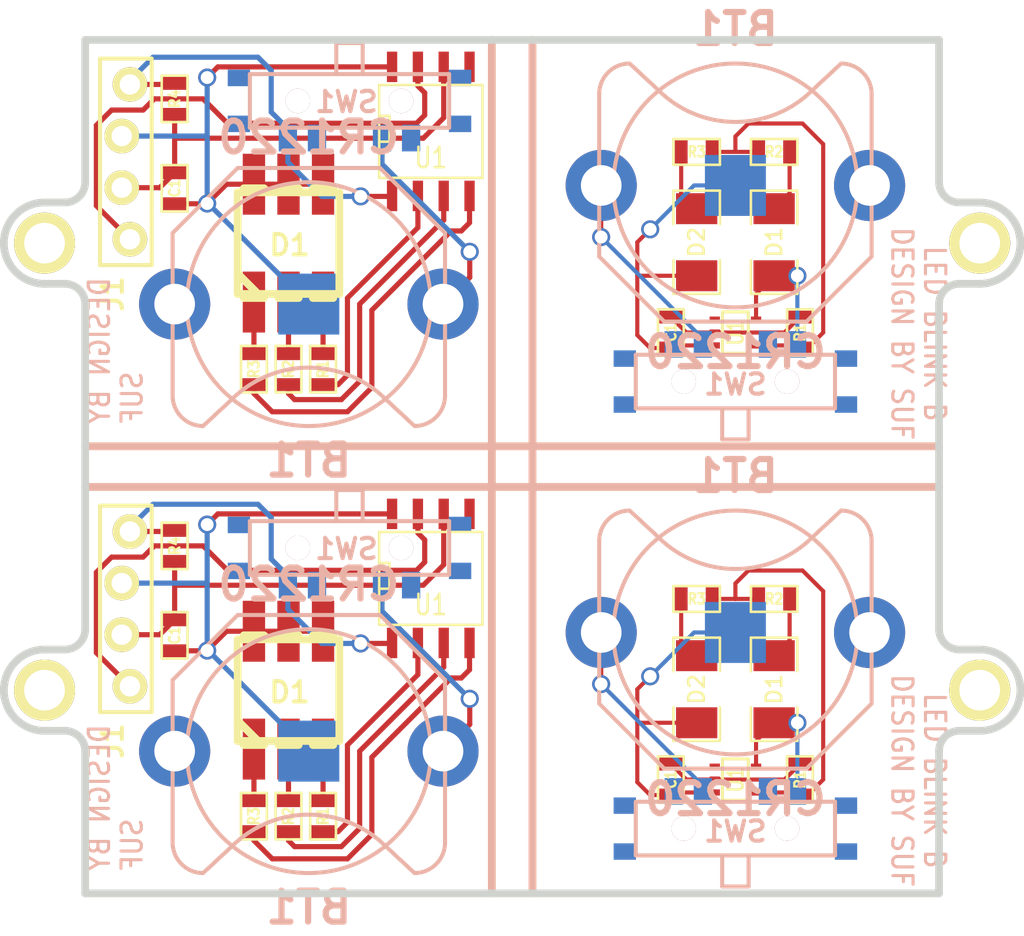
<source format=kicad_pcb>
(kicad_pcb (version 3) (host pcbnew "(2013-07-07 BZR 4022)-stable")

  (general
    (links 94)
    (no_connects 28)
    (area 43.126934 47.6406 106.873066 94.1717)
    (thickness 1.6002)
    (drawings 44)
    (tracks 240)
    (zones 0)
    (modules 42)
    (nets 13)
  )

  (page A4)
  (layers
    (15 F.Cu signal)
    (0 B.Cu signal)
    (16 B.Adhes user)
    (17 F.Adhes user)
    (18 B.Paste user)
    (19 F.Paste user)
    (20 B.SilkS user)
    (21 F.SilkS user)
    (22 B.Mask user)
    (23 F.Mask user)
    (24 Dwgs.User user)
    (25 Cmts.User user)
    (26 Eco1.User user)
    (27 Eco2.User user)
    (28 Edge.Cuts user)
  )

  (setup
    (last_trace_width 0.2032)
    (trace_clearance 0.254)
    (zone_clearance 0.508)
    (zone_45_only no)
    (trace_min 0.254)
    (segment_width 0.381)
    (edge_width 0.381)
    (via_size 0.889)
    (via_drill 0.635)
    (via_min_size 0.889)
    (via_min_drill 0.508)
    (uvia_size 0.508)
    (uvia_drill 0.127)
    (uvias_allowed no)
    (uvia_min_size 0.508)
    (uvia_min_drill 0.127)
    (pcb_text_width 0.3048)
    (pcb_text_size 1.524 2.032)
    (mod_edge_width 0.2)
    (mod_text_size 1.524 1.524)
    (mod_text_width 0.3048)
    (pad_size 3 3)
    (pad_drill 2)
    (pad_to_mask_clearance 0.254)
    (aux_axis_origin 50 50)
    (visible_elements 7FFFFFFF)
    (pcbplotparams
      (layerselection 284196865)
      (usegerberextensions true)
      (excludeedgelayer true)
      (linewidth 0.150000)
      (plotframeref false)
      (viasonmask false)
      (mode 1)
      (useauxorigin false)
      (hpglpennumber 1)
      (hpglpenspeed 20)
      (hpglpendiameter 15)
      (hpglpenoverlay 2)
      (psnegative false)
      (psa4output false)
      (plotreference true)
      (plotvalue true)
      (plotothertext true)
      (plotinvisibletext false)
      (padsonsilk false)
      (subtractmaskfromsilk false)
      (outputformat 1)
      (mirror false)
      (drillshape 0)
      (scaleselection 1)
      (outputdirectory GERBER/))
  )

  (net 0 "")
  (net 1 GND)
  (net 2 N-000001)
  (net 3 N-0000010)
  (net 4 N-0000011)
  (net 5 N-0000012)
  (net 6 N-000002)
  (net 7 N-000003)
  (net 8 N-000004)
  (net 9 N-000006)
  (net 10 N-000007)
  (net 11 N-000008)
  (net 12 VCC)

  (net_class Default "This is the default net class."
    (clearance 0.254)
    (trace_width 0.2032)
    (via_dia 0.889)
    (via_drill 0.635)
    (uvia_dia 0.508)
    (uvia_drill 0.127)
    (add_net "")
    (add_net GND)
    (add_net N-000001)
    (add_net N-0000010)
    (add_net N-0000011)
    (add_net N-0000012)
    (add_net N-000002)
    (add_net N-000003)
    (add_net N-000004)
    (add_net N-000006)
    (add_net N-000007)
    (add_net N-000008)
    (add_net VCC)
  )

  (module Keystone-3001 (layer B.Cu) (tedit 526DE9AD) (tstamp 52DEFF83)
    (at 85.9822 79.1603 180)
    (path /5204F7AD)
    (fp_text reference BT1 (at 0 7.7 180) (layer B.SilkS)
      (effects (font (size 1.524 1.524) (thickness 0.3048)) (justify mirror))
    )
    (fp_text value CR1220 (at 0 -8.2 180) (layer B.SilkS)
      (effects (font (size 1.524 1.524) (thickness 0.3048)) (justify mirror))
    )
    (fp_line (start -3.8 4.7) (end -5.2 6) (layer B.SilkS) (width 0.2))
    (fp_line (start 3.8 4.7) (end 5.2 6) (layer B.SilkS) (width 0.2))
    (fp_arc (start 0 8.5) (end 3.8 4.7) (angle -90) (layer B.SilkS) (width 0.2))
    (fp_arc (start -5.2 4.5) (end -6.7 4.5) (angle -90) (layer B.SilkS) (width 0.2))
    (fp_line (start -3.5 -6.7) (end -6.7 -3.5) (layer B.SilkS) (width 0.2))
    (fp_line (start -6.7 -3.5) (end -6.7 4.5) (layer B.SilkS) (width 0.2))
    (fp_line (start 6.7 -3.5) (end 3.5 -6.7) (layer B.SilkS) (width 0.2))
    (fp_arc (start 5.2 4.5) (end 5.2 6) (angle -90) (layer B.SilkS) (width 0.2))
    (fp_line (start 6.7 -3.5) (end 6.7 4.5) (layer B.SilkS) (width 0.2))
    (fp_line (start -3.5 -6.7) (end 3.5 -6.7) (layer B.SilkS) (width 0.2))
    (fp_circle (center 0 0) (end -6 -0.1) (layer B.SilkS) (width 0.2))
    (pad 2 smd rect (at 0 0 180) (size 3 3)
      (layers B.Cu B.Paste B.Mask)
      (net 1 GND)
    )
    (pad 1 thru_hole circle (at 6.6 0 180) (size 3.5 3.5) (drill 2)
      (layers F.Cu F.Mask)
      (net 11 N-000008)
    )
    (pad 1 thru_hole circle (at -6.6 0 180) (size 3.5 3.5) (drill 2)
      (layers F.Cu F.Mask)
      (net 11 N-000008)
    )
  )

  (module MNT_HOLE_2 (layer F.Cu) (tedit 520EEDEF) (tstamp 52DEFF7F)
    (at 98 82 180)
    (fp_text reference MNT_HOLE_2 (at 0 -2.6 180) (layer F.SilkS) hide
      (effects (font (size 1.524 1.524) (thickness 0.3048)))
    )
    (fp_text value Val** (at 0 2.8 180) (layer F.SilkS) hide
      (effects (font (size 1.524 1.524) (thickness 0.3048)))
    )
    (pad "" thru_hole circle (at 0 0 180) (size 3 3) (drill 2)
      (layers *.Cu *.Mask F.SilkS)
    )
  )

  (module MLL1300S (layer B.Cu) (tedit 520EF34F) (tstamp 52DEFF6B)
    (at 85.9822 88.8123 180)
    (path /520C4F3F)
    (fp_text reference SW1 (at 0 -0.142 180) (layer B.SilkS)
      (effects (font (size 1 1) (thickness 0.2)) (justify mirror))
    )
    (fp_text value MLL1300S (at 0 -4.191 180) (layer B.SilkS) hide
      (effects (font (size 1.524 1.524) (thickness 0.3048)) (justify mirror))
    )
    (fp_line (start -0.65 -1.32) (end -0.65 -2.85) (layer B.SilkS) (width 0.2))
    (fp_line (start -0.65 -2.85) (end 0.65 -2.85) (layer B.SilkS) (width 0.2))
    (fp_line (start 0.65 -2.85) (end 0.65 -1.32) (layer B.SilkS) (width 0.2))
    (fp_line (start -4.9 -1.32) (end -4.9 1.32) (layer B.SilkS) (width 0.2))
    (fp_line (start -4.9 1.32) (end 4.9 1.32) (layer B.SilkS) (width 0.2))
    (fp_line (start 4.9 1.32) (end 4.9 -1.32) (layer B.SilkS) (width 0.2))
    (fp_line (start 4.9 -1.32) (end -4.9 -1.32) (layer B.SilkS) (width 0.2))
    (pad ~ thru_hole circle (at 2.54 0 180) (size 1.2 1.2) (drill 1.2)
      (layers *.Cu *.Mask B.SilkS)
    )
    (pad ~ thru_hole circle (at -2.54 0 180) (size 1.2 1.2) (drill 1.2)
      (layers *.Cu *.Mask B.SilkS)
    )
    (pad 1 smd rect (at -3.03 1.83 180) (size 0.9 1.31)
      (layers B.Cu B.Paste B.Mask)
      (net 12 VCC)
    )
    (pad 2 smd rect (at -1.6 1.83 180) (size 0.9 1.31)
      (layers B.Cu B.Paste B.Mask)
    )
    (pad 3 smd rect (at 1.6 1.83 180) (size 0.9 1.31)
      (layers B.Cu B.Paste B.Mask)
      (net 11 N-000008)
    )
    (pad 4 smd rect (at 3.03 1.83 180) (size 0.9 1.31)
      (layers B.Cu B.Paste B.Mask)
    )
    (pad ~ smd rect (at -5.44 1.13 180) (size 1.1 0.81)
      (layers B.Cu B.Paste B.Mask)
    )
    (pad ~ smd rect (at -5.44 -1.13 180) (size 1.1 0.81)
      (layers B.Cu B.Paste B.Mask)
    )
    (pad ~ smd rect (at 5.44 1.13 180) (size 1.1 0.81)
      (layers B.Cu B.Paste B.Mask)
    )
    (pad ~ smd rect (at 5.44 -1.13 180) (size 1.1 0.81)
      (layers B.Cu B.Paste B.Mask)
    )
  )

  (module SM1206 (layer F.Cu) (tedit 42806E24) (tstamp 52DEFF60)
    (at 84.0772 81.9543 270)
    (path /51F7B060)
    (attr smd)
    (fp_text reference D2 (at 0 0 270) (layer F.SilkS)
      (effects (font (size 0.762 0.762) (thickness 0.127)))
    )
    (fp_text value LED (at 0 0 270) (layer F.SilkS) hide
      (effects (font (size 0.762 0.762) (thickness 0.127)))
    )
    (fp_line (start -2.54 -1.143) (end -2.54 1.143) (layer F.SilkS) (width 0.127))
    (fp_line (start -2.54 1.143) (end -0.889 1.143) (layer F.SilkS) (width 0.127))
    (fp_line (start 0.889 -1.143) (end 2.54 -1.143) (layer F.SilkS) (width 0.127))
    (fp_line (start 2.54 -1.143) (end 2.54 1.143) (layer F.SilkS) (width 0.127))
    (fp_line (start 2.54 1.143) (end 0.889 1.143) (layer F.SilkS) (width 0.127))
    (fp_line (start -0.889 -1.143) (end -2.54 -1.143) (layer F.SilkS) (width 0.127))
    (pad 1 smd rect (at -1.651 0 270) (size 1.524 2.032)
      (layers F.Cu F.Paste F.Mask)
      (net 2 N-000001)
    )
    (pad 2 smd rect (at 1.651 0 270) (size 1.524 2.032)
      (layers F.Cu F.Paste F.Mask)
      (net 1 GND)
    )
    (model smd/chip_cms.wrl
      (at (xyz 0 0 0))
      (scale (xyz 0.17 0.16 0.16))
      (rotate (xyz 0 0 0))
    )
  )

  (module SM1206 (layer F.Cu) (tedit 42806E24) (tstamp 52DEFF55)
    (at 87.8872 81.9543 90)
    (path /51F7B063)
    (attr smd)
    (fp_text reference D1 (at 0 0 90) (layer F.SilkS)
      (effects (font (size 0.762 0.762) (thickness 0.127)))
    )
    (fp_text value LED (at 0 0 90) (layer F.SilkS) hide
      (effects (font (size 0.762 0.762) (thickness 0.127)))
    )
    (fp_line (start -2.54 -1.143) (end -2.54 1.143) (layer F.SilkS) (width 0.127))
    (fp_line (start -2.54 1.143) (end -0.889 1.143) (layer F.SilkS) (width 0.127))
    (fp_line (start 0.889 -1.143) (end 2.54 -1.143) (layer F.SilkS) (width 0.127))
    (fp_line (start 2.54 -1.143) (end 2.54 1.143) (layer F.SilkS) (width 0.127))
    (fp_line (start 2.54 1.143) (end 0.889 1.143) (layer F.SilkS) (width 0.127))
    (fp_line (start -0.889 -1.143) (end -2.54 -1.143) (layer F.SilkS) (width 0.127))
    (pad 1 smd rect (at -1.651 0 90) (size 1.524 2.032)
      (layers F.Cu F.Paste F.Mask)
      (net 12 VCC)
    )
    (pad 2 smd rect (at 1.651 0 90) (size 1.524 2.032)
      (layers F.Cu F.Paste F.Mask)
      (net 6 N-000002)
    )
    (model smd/chip_cms.wrl
      (at (xyz 0 0 0))
      (scale (xyz 0.17 0.16 0.16))
      (rotate (xyz 0 0 0))
    )
  )

  (module SM0603 (layer F.Cu) (tedit 4E43A3D1) (tstamp 52DEFF4C)
    (at 82.8072 86.3993 270)
    (path /51F7B041)
    (attr smd)
    (fp_text reference C1 (at 0 0 270) (layer F.SilkS)
      (effects (font (size 0.508 0.4572) (thickness 0.1143)))
    )
    (fp_text value 10uF/6.3V (at 0 0 270) (layer F.SilkS) hide
      (effects (font (size 0.508 0.4572) (thickness 0.1143)))
    )
    (fp_line (start -1.143 -0.635) (end 1.143 -0.635) (layer F.SilkS) (width 0.127))
    (fp_line (start 1.143 -0.635) (end 1.143 0.635) (layer F.SilkS) (width 0.127))
    (fp_line (start 1.143 0.635) (end -1.143 0.635) (layer F.SilkS) (width 0.127))
    (fp_line (start -1.143 0.635) (end -1.143 -0.635) (layer F.SilkS) (width 0.127))
    (pad 1 smd rect (at -0.762 0 270) (size 0.635 1.143)
      (layers F.Cu F.Paste F.Mask)
      (net 8 N-000004)
    )
    (pad 2 smd rect (at 0.762 0 270) (size 0.635 1.143)
      (layers F.Cu F.Paste F.Mask)
      (net 1 GND)
    )
    (model smd\resistors\R0603.wrl
      (at (xyz 0 0 0.001))
      (scale (xyz 0.5 0.5 0.5))
      (rotate (xyz 0 0 0))
    )
  )

  (module SM0603 (layer F.Cu) (tedit 4E43A3D1) (tstamp 52DEFF43)
    (at 89.1572 86.3993 270)
    (path /51F7B04E)
    (attr smd)
    (fp_text reference R1 (at 0 0 270) (layer F.SilkS)
      (effects (font (size 0.508 0.4572) (thickness 0.1143)))
    )
    (fp_text value 27K (at 0 0 270) (layer F.SilkS) hide
      (effects (font (size 0.508 0.4572) (thickness 0.1143)))
    )
    (fp_line (start -1.143 -0.635) (end 1.143 -0.635) (layer F.SilkS) (width 0.127))
    (fp_line (start 1.143 -0.635) (end 1.143 0.635) (layer F.SilkS) (width 0.127))
    (fp_line (start 1.143 0.635) (end -1.143 0.635) (layer F.SilkS) (width 0.127))
    (fp_line (start -1.143 0.635) (end -1.143 -0.635) (layer F.SilkS) (width 0.127))
    (pad 1 smd rect (at -0.762 0 270) (size 0.635 1.143)
      (layers F.Cu F.Paste F.Mask)
      (net 8 N-000004)
    )
    (pad 2 smd rect (at 0.762 0 270) (size 0.635 1.143)
      (layers F.Cu F.Paste F.Mask)
      (net 7 N-000003)
    )
    (model smd\resistors\R0603.wrl
      (at (xyz 0 0 0.001))
      (scale (xyz 0.5 0.5 0.5))
      (rotate (xyz 0 0 0))
    )
  )

  (module SM0603 (layer F.Cu) (tedit 4E43A3D1) (tstamp 52DEFF3A)
    (at 87.8872 77.5093 180)
    (path /51F7B052)
    (attr smd)
    (fp_text reference R2 (at 0 0 180) (layer F.SilkS)
      (effects (font (size 0.508 0.4572) (thickness 0.1143)))
    )
    (fp_text value 470 (at 0 0 180) (layer F.SilkS) hide
      (effects (font (size 0.508 0.4572) (thickness 0.1143)))
    )
    (fp_line (start -1.143 -0.635) (end 1.143 -0.635) (layer F.SilkS) (width 0.127))
    (fp_line (start 1.143 -0.635) (end 1.143 0.635) (layer F.SilkS) (width 0.127))
    (fp_line (start 1.143 0.635) (end -1.143 0.635) (layer F.SilkS) (width 0.127))
    (fp_line (start -1.143 0.635) (end -1.143 -0.635) (layer F.SilkS) (width 0.127))
    (pad 1 smd rect (at -0.762 0 180) (size 0.635 1.143)
      (layers F.Cu F.Paste F.Mask)
      (net 6 N-000002)
    )
    (pad 2 smd rect (at 0.762 0 180) (size 0.635 1.143)
      (layers F.Cu F.Paste F.Mask)
      (net 7 N-000003)
    )
    (model smd\resistors\R0603.wrl
      (at (xyz 0 0 0.001))
      (scale (xyz 0.5 0.5 0.5))
      (rotate (xyz 0 0 0))
    )
  )

  (module SM0603 (layer F.Cu) (tedit 4E43A3D1) (tstamp 52DEFF31)
    (at 84.0772 77.5093 180)
    (path /51F7B056)
    (attr smd)
    (fp_text reference R3 (at 0 0 180) (layer F.SilkS)
      (effects (font (size 0.508 0.4572) (thickness 0.1143)))
    )
    (fp_text value 470 (at 0 0 180) (layer F.SilkS) hide
      (effects (font (size 0.508 0.4572) (thickness 0.1143)))
    )
    (fp_line (start -1.143 -0.635) (end 1.143 -0.635) (layer F.SilkS) (width 0.127))
    (fp_line (start 1.143 -0.635) (end 1.143 0.635) (layer F.SilkS) (width 0.127))
    (fp_line (start 1.143 0.635) (end -1.143 0.635) (layer F.SilkS) (width 0.127))
    (fp_line (start -1.143 0.635) (end -1.143 -0.635) (layer F.SilkS) (width 0.127))
    (pad 1 smd rect (at -0.762 0 180) (size 0.635 1.143)
      (layers F.Cu F.Paste F.Mask)
      (net 7 N-000003)
    )
    (pad 2 smd rect (at 0.762 0 180) (size 0.635 1.143)
      (layers F.Cu F.Paste F.Mask)
      (net 2 N-000001)
    )
    (model smd\resistors\R0603.wrl
      (at (xyz 0 0 0.001))
      (scale (xyz 0.5 0.5 0.5))
      (rotate (xyz 0 0 0))
    )
  )

  (module SOT353 (layer F.Cu) (tedit 46555299) (tstamp 52DEFF25)
    (at 85.9822 86.3993)
    (descr SOT353)
    (path /51F7AFFC)
    (attr smd)
    (fp_text reference U1 (at 0 0 90) (layer F.SilkS)
      (effects (font (size 0.762 0.635) (thickness 0.127)))
    )
    (fp_text value 74AHC1G14 (at 0 0 90) (layer F.SilkS) hide
      (effects (font (size 0.762 0.635) (thickness 0.127)))
    )
    (fp_line (start 0.635 1.016) (end 0.635 -1.016) (layer F.SilkS) (width 0.1524))
    (fp_line (start 0.635 -1.016) (end -0.635 -1.016) (layer F.SilkS) (width 0.1524))
    (fp_line (start -0.635 -1.016) (end -0.635 1.016) (layer F.SilkS) (width 0.1524))
    (fp_line (start -0.635 1.016) (end 0.635 1.016) (layer F.SilkS) (width 0.1524))
    (pad 1 smd rect (at -1.016 -0.635) (size 0.508 0.3048)
      (layers F.Cu F.Paste F.Mask)
    )
    (pad 3 smd rect (at -1.016 0.635) (size 0.508 0.3048)
      (layers F.Cu F.Paste F.Mask)
      (net 1 GND)
    )
    (pad 5 smd rect (at 1.016 -0.635) (size 0.508 0.3048)
      (layers F.Cu F.Paste F.Mask)
      (net 12 VCC)
    )
    (pad 2 smd rect (at -1.016 0) (size 0.508 0.3048)
      (layers F.Cu F.Paste F.Mask)
      (net 8 N-000004)
    )
    (pad 4 smd rect (at 1.016 0.635) (size 0.508 0.3048)
      (layers F.Cu F.Paste F.Mask)
      (net 7 N-000003)
    )
  )

  (module Keystone-3001 (layer B.Cu) (tedit 526DE9AD) (tstamp 52DEFF14)
    (at 65 85)
    (path /520D4606)
    (fp_text reference BT1 (at 0 7.7) (layer B.SilkS)
      (effects (font (size 1.524 1.524) (thickness 0.3048)) (justify mirror))
    )
    (fp_text value CR1220 (at 0 -8.2) (layer B.SilkS)
      (effects (font (size 1.524 1.524) (thickness 0.3048)) (justify mirror))
    )
    (fp_line (start -3.8 4.7) (end -5.2 6) (layer B.SilkS) (width 0.2))
    (fp_line (start 3.8 4.7) (end 5.2 6) (layer B.SilkS) (width 0.2))
    (fp_arc (start 0 8.5) (end 3.8 4.7) (angle -90) (layer B.SilkS) (width 0.2))
    (fp_arc (start -5.2 4.5) (end -6.7 4.5) (angle -90) (layer B.SilkS) (width 0.2))
    (fp_line (start -3.5 -6.7) (end -6.7 -3.5) (layer B.SilkS) (width 0.2))
    (fp_line (start -6.7 -3.5) (end -6.7 4.5) (layer B.SilkS) (width 0.2))
    (fp_line (start 6.7 -3.5) (end 3.5 -6.7) (layer B.SilkS) (width 0.2))
    (fp_arc (start 5.2 4.5) (end 5.2 6) (angle -90) (layer B.SilkS) (width 0.2))
    (fp_line (start 6.7 -3.5) (end 6.7 4.5) (layer B.SilkS) (width 0.2))
    (fp_line (start -3.5 -6.7) (end 3.5 -6.7) (layer B.SilkS) (width 0.2))
    (fp_circle (center 0 0) (end -6 -0.1) (layer B.SilkS) (width 0.2))
    (pad 2 smd rect (at 0 0) (size 3 3)
      (layers B.Cu B.Paste B.Mask)
      (net 1 GND)
    )
    (pad 1 thru_hole circle (at 6.6 0) (size 3.5 3.5) (drill 2)
      (layers F.Cu F.Mask)
      (net 6 N-000002)
    )
    (pad 1 thru_hole circle (at -6.6 0) (size 3.5 3.5) (drill 2)
      (layers F.Cu F.Mask)
      (net 6 N-000002)
    )
  )

  (module MNT_HOLE_2 (layer F.Cu) (tedit 520EEDEF) (tstamp 52DEFF10)
    (at 52 82)
    (fp_text reference MNT_HOLE_2 (at 0 -2.6) (layer F.SilkS) hide
      (effects (font (size 1.524 1.524) (thickness 0.3048)))
    )
    (fp_text value Val** (at 0 2.8) (layer F.SilkS) hide
      (effects (font (size 1.524 1.524) (thickness 0.3048)))
    )
    (pad "" thru_hole circle (at 0 0) (size 3 3) (drill 2)
      (layers *.Cu *.Mask F.SilkS)
    )
  )

  (module HDR-TI-SBW (layer F.Cu) (tedit 520E98B2) (tstamp 52DEFF05)
    (at 56 78 90)
    (path /520D9946)
    (fp_text reference J1 (at -6.5 -0.65 90) (layer F.SilkS)
      (effects (font (size 1 1) (thickness 0.2)))
    )
    (fp_text value SBW (at 0 2.54 90) (layer F.SilkS) hide
      (effects (font (size 1.524 1.524) (thickness 0.3048)))
    )
    (fp_line (start -5.08 1.27) (end 5.08 1.27) (layer F.SilkS) (width 0.2))
    (fp_line (start -5.08 -1.27) (end 5.08 -1.27) (layer F.SilkS) (width 0.2))
    (fp_line (start 5.08 -1.27) (end 5.08 1.27) (layer F.SilkS) (width 0.2))
    (fp_line (start -5.08 -1.27) (end -5.08 1.27) (layer F.SilkS) (width 0.2))
    (pad 1 thru_hole circle (at -3.81 0.2 90) (size 1.69926 1.69926) (drill 1.00076)
      (layers *.Cu *.Mask F.SilkS)
      (net 7 N-000003)
    )
    (pad 2 thru_hole circle (at -1.27 -0.2 90) (size 1.69926 1.69926) (drill 1.00076)
      (layers *.Cu *.Mask F.SilkS)
      (net 8 N-000004)
    )
    (pad 3 thru_hole circle (at 1.27 -0.2 90) (size 1.69926 1.69926) (drill 1.00076)
      (layers *.Cu *.Mask F.SilkS)
      (net 1 GND)
    )
    (pad 4 thru_hole circle (at 3.81 0.2 90) (size 1.69926 1.69926) (drill 1.00076)
      (layers *.Cu *.Mask F.SilkS)
      (net 12 VCC)
    )
  )

  (module MLL1300S (layer B.Cu) (tedit 520E6AC4) (tstamp 52DEFEF1)
    (at 67 75)
    (path /520D4448)
    (fp_text reference SW1 (at -0.15 0.05) (layer B.SilkS)
      (effects (font (size 1 1) (thickness 0.2)) (justify mirror))
    )
    (fp_text value MLL1300S (at 0 -4.191) (layer B.SilkS) hide
      (effects (font (size 1.524 1.524) (thickness 0.3048)) (justify mirror))
    )
    (fp_line (start -0.65 -1.32) (end -0.65 -2.85) (layer B.SilkS) (width 0.2))
    (fp_line (start -0.65 -2.85) (end 0.65 -2.85) (layer B.SilkS) (width 0.2))
    (fp_line (start 0.65 -2.85) (end 0.65 -1.32) (layer B.SilkS) (width 0.2))
    (fp_line (start -4.9 -1.32) (end -4.9 1.32) (layer B.SilkS) (width 0.2))
    (fp_line (start -4.9 1.32) (end 4.9 1.32) (layer B.SilkS) (width 0.2))
    (fp_line (start 4.9 1.32) (end 4.9 -1.32) (layer B.SilkS) (width 0.2))
    (fp_line (start 4.9 -1.32) (end -4.9 -1.32) (layer B.SilkS) (width 0.2))
    (pad ~ thru_hole circle (at 2.54 0) (size 1.2 1.2) (drill 1.2)
      (layers *.Cu *.Mask B.SilkS)
    )
    (pad ~ thru_hole circle (at -2.54 0) (size 1.2 1.2) (drill 1.2)
      (layers *.Cu *.Mask B.SilkS)
    )
    (pad 1 smd rect (at -3.03 1.83) (size 0.9 1.31)
      (layers B.Cu B.Paste B.Mask)
      (net 12 VCC)
    )
    (pad 2 smd rect (at -1.6 1.83) (size 0.9 1.31)
      (layers B.Cu B.Paste B.Mask)
    )
    (pad 3 smd rect (at 1.6 1.83) (size 0.9 1.31)
      (layers B.Cu B.Paste B.Mask)
      (net 6 N-000002)
    )
    (pad 4 smd rect (at 3.03 1.83) (size 0.9 1.31)
      (layers B.Cu B.Paste B.Mask)
    )
    (pad ~ smd rect (at -5.44 1.13) (size 1.1 0.81)
      (layers B.Cu B.Paste B.Mask)
    )
    (pad ~ smd rect (at -5.44 -1.13) (size 1.1 0.81)
      (layers B.Cu B.Paste B.Mask)
    )
    (pad ~ smd rect (at 5.44 1.13) (size 1.1 0.81)
      (layers B.Cu B.Paste B.Mask)
    )
    (pad ~ smd rect (at 5.44 -1.13) (size 1.1 0.81)
      (layers B.Cu B.Paste B.Mask)
    )
  )

  (module PLCC-6 (layer F.Cu) (tedit 520E6B0A) (tstamp 52DEFEDB)
    (at 64 82)
    (path /520D4475)
    (fp_text reference D1 (at 0.05 0.1) (layer F.SilkS)
      (effects (font (size 1 1) (thickness 0.2)))
    )
    (fp_text value OF-SMD5060RGB (at 0 6) (layer F.SilkS) hide
      (effects (font (size 1.524 1.524) (thickness 0.3048)))
    )
    (fp_line (start 1.2 2.7) (end 2.2 2.7) (layer F.SilkS) (width 0.381))
    (fp_line (start -0.5 2.7) (end 0.5 2.7) (layer F.SilkS) (width 0.381))
    (fp_line (start -2.2 2.7) (end -1.2 2.7) (layer F.SilkS) (width 0.381))
    (fp_line (start -2.2 -2.7) (end -1.2 -2.7) (layer F.SilkS) (width 0.381))
    (fp_line (start 1.2 -2.7) (end 2.2 -2.7) (layer F.SilkS) (width 0.381))
    (fp_line (start -0.5 -2.5) (end -0.5 -2.7) (layer F.SilkS) (width 0.381))
    (fp_line (start -0.5 -2.7) (end 0.5 -2.7) (layer F.SilkS) (width 0.381))
    (fp_line (start 0.5 -2.7) (end 0.5 -2.5) (layer F.SilkS) (width 0.381))
    (fp_line (start -2.5 1.5) (end -1.5 2.5) (layer F.SilkS) (width 0.381))
    (fp_line (start -2.5 -2.5) (end 2.5 -2.5) (layer F.SilkS) (width 0.381))
    (fp_line (start 2.5 -2.5) (end 2.5 2.5) (layer F.SilkS) (width 0.381))
    (fp_line (start 2.5 2.5) (end -2.5 2.5) (layer F.SilkS) (width 0.381))
    (fp_line (start -2.5 2.5) (end -2.5 -2.5) (layer F.SilkS) (width 0.381))
    (pad 1 smd rect (at -1.7 2.9) (size 1.1 3)
      (layers F.Cu F.Paste F.Mask)
      (net 11 N-000008)
    )
    (pad 2 smd rect (at 0 2.9) (size 1.1 3)
      (layers F.Cu F.Paste F.Mask)
      (net 10 N-000007)
    )
    (pad 3 smd rect (at 1.7 2.9) (size 1.1 3)
      (layers F.Cu F.Paste F.Mask)
      (net 9 N-000006)
    )
    (pad 4 smd rect (at 1.7 -2.9) (size 1.1 3)
      (layers F.Cu F.Paste F.Mask)
      (net 1 GND)
    )
    (pad 5 smd rect (at 0 -2.9) (size 1.1 3)
      (layers F.Cu F.Paste F.Mask)
      (net 1 GND)
    )
    (pad 6 smd rect (at -1.7 -2.9) (size 1.1 3)
      (layers F.Cu F.Paste F.Mask)
      (net 1 GND)
    )
  )

  (module SM0603 (layer F.Cu) (tedit 4E43A3D1) (tstamp 52DEFED2)
    (at 58.4 79.3 270)
    (path /520D4567)
    (attr smd)
    (fp_text reference C1 (at 0 0 270) (layer F.SilkS)
      (effects (font (size 0.508 0.4572) (thickness 0.1143)))
    )
    (fp_text value 1nF (at 0 0 270) (layer F.SilkS) hide
      (effects (font (size 0.508 0.4572) (thickness 0.1143)))
    )
    (fp_line (start -1.143 -0.635) (end 1.143 -0.635) (layer F.SilkS) (width 0.127))
    (fp_line (start 1.143 -0.635) (end 1.143 0.635) (layer F.SilkS) (width 0.127))
    (fp_line (start 1.143 0.635) (end -1.143 0.635) (layer F.SilkS) (width 0.127))
    (fp_line (start -1.143 0.635) (end -1.143 -0.635) (layer F.SilkS) (width 0.127))
    (pad 1 smd rect (at -0.762 0 270) (size 0.635 1.143)
      (layers F.Cu F.Paste F.Mask)
      (net 8 N-000004)
    )
    (pad 2 smd rect (at 0.762 0 270) (size 0.635 1.143)
      (layers F.Cu F.Paste F.Mask)
      (net 1 GND)
    )
    (model smd\resistors\R0603.wrl
      (at (xyz 0 0 0.001))
      (scale (xyz 0.5 0.5 0.5))
      (rotate (xyz 0 0 0))
    )
  )

  (module SM0603 (layer F.Cu) (tedit 4E43A3D1) (tstamp 52DEFEC9)
    (at 58.4 74.9 270)
    (path /520D4558)
    (attr smd)
    (fp_text reference R4 (at 0 0 270) (layer F.SilkS)
      (effects (font (size 0.508 0.4572) (thickness 0.1143)))
    )
    (fp_text value 47K (at 0 0 270) (layer F.SilkS) hide
      (effects (font (size 0.508 0.4572) (thickness 0.1143)))
    )
    (fp_line (start -1.143 -0.635) (end 1.143 -0.635) (layer F.SilkS) (width 0.127))
    (fp_line (start 1.143 -0.635) (end 1.143 0.635) (layer F.SilkS) (width 0.127))
    (fp_line (start 1.143 0.635) (end -1.143 0.635) (layer F.SilkS) (width 0.127))
    (fp_line (start -1.143 0.635) (end -1.143 -0.635) (layer F.SilkS) (width 0.127))
    (pad 1 smd rect (at -0.762 0 270) (size 0.635 1.143)
      (layers F.Cu F.Paste F.Mask)
      (net 12 VCC)
    )
    (pad 2 smd rect (at 0.762 0 270) (size 0.635 1.143)
      (layers F.Cu F.Paste F.Mask)
      (net 8 N-000004)
    )
    (model smd\resistors\R0603.wrl
      (at (xyz 0 0 0.001))
      (scale (xyz 0.5 0.5 0.5))
      (rotate (xyz 0 0 0))
    )
  )

  (module SM0603 (layer F.Cu) (tedit 4E43A3D1) (tstamp 52DEFEC0)
    (at 62.3 88.2 270)
    (path /520D44AC)
    (attr smd)
    (fp_text reference R3 (at 0 0 270) (layer F.SilkS)
      (effects (font (size 0.508 0.4572) (thickness 0.1143)))
    )
    (fp_text value 470 (at 0 0 270) (layer F.SilkS) hide
      (effects (font (size 0.508 0.4572) (thickness 0.1143)))
    )
    (fp_line (start -1.143 -0.635) (end 1.143 -0.635) (layer F.SilkS) (width 0.127))
    (fp_line (start 1.143 -0.635) (end 1.143 0.635) (layer F.SilkS) (width 0.127))
    (fp_line (start 1.143 0.635) (end -1.143 0.635) (layer F.SilkS) (width 0.127))
    (fp_line (start -1.143 0.635) (end -1.143 -0.635) (layer F.SilkS) (width 0.127))
    (pad 1 smd rect (at -0.762 0 270) (size 0.635 1.143)
      (layers F.Cu F.Paste F.Mask)
      (net 11 N-000008)
    )
    (pad 2 smd rect (at 0.762 0 270) (size 0.635 1.143)
      (layers F.Cu F.Paste F.Mask)
      (net 3 N-0000010)
    )
    (model smd\resistors\R0603.wrl
      (at (xyz 0 0 0.001))
      (scale (xyz 0.5 0.5 0.5))
      (rotate (xyz 0 0 0))
    )
  )

  (module SM0603 (layer F.Cu) (tedit 4E43A3D1) (tstamp 52DEFEB7)
    (at 64 88.2 270)
    (path /520D449D)
    (attr smd)
    (fp_text reference R2 (at 0 0 270) (layer F.SilkS)
      (effects (font (size 0.508 0.4572) (thickness 0.1143)))
    )
    (fp_text value 470 (at 0 0 270) (layer F.SilkS) hide
      (effects (font (size 0.508 0.4572) (thickness 0.1143)))
    )
    (fp_line (start -1.143 -0.635) (end 1.143 -0.635) (layer F.SilkS) (width 0.127))
    (fp_line (start 1.143 -0.635) (end 1.143 0.635) (layer F.SilkS) (width 0.127))
    (fp_line (start 1.143 0.635) (end -1.143 0.635) (layer F.SilkS) (width 0.127))
    (fp_line (start -1.143 0.635) (end -1.143 -0.635) (layer F.SilkS) (width 0.127))
    (pad 1 smd rect (at -0.762 0 270) (size 0.635 1.143)
      (layers F.Cu F.Paste F.Mask)
      (net 10 N-000007)
    )
    (pad 2 smd rect (at 0.762 0 270) (size 0.635 1.143)
      (layers F.Cu F.Paste F.Mask)
      (net 4 N-0000011)
    )
    (model smd\resistors\R0603.wrl
      (at (xyz 0 0 0.001))
      (scale (xyz 0.5 0.5 0.5))
      (rotate (xyz 0 0 0))
    )
  )

  (module SM0603 (layer F.Cu) (tedit 4E43A3D1) (tstamp 52DEFEAE)
    (at 65.7 88.2 270)
    (path /520D4484)
    (attr smd)
    (fp_text reference R1 (at 0 0 270) (layer F.SilkS)
      (effects (font (size 0.508 0.4572) (thickness 0.1143)))
    )
    (fp_text value 470 (at 0 0 270) (layer F.SilkS) hide
      (effects (font (size 0.508 0.4572) (thickness 0.1143)))
    )
    (fp_line (start -1.143 -0.635) (end 1.143 -0.635) (layer F.SilkS) (width 0.127))
    (fp_line (start 1.143 -0.635) (end 1.143 0.635) (layer F.SilkS) (width 0.127))
    (fp_line (start 1.143 0.635) (end -1.143 0.635) (layer F.SilkS) (width 0.127))
    (fp_line (start -1.143 0.635) (end -1.143 -0.635) (layer F.SilkS) (width 0.127))
    (pad 1 smd rect (at -0.762 0 270) (size 0.635 1.143)
      (layers F.Cu F.Paste F.Mask)
      (net 9 N-000006)
    )
    (pad 2 smd rect (at 0.762 0 270) (size 0.635 1.143)
      (layers F.Cu F.Paste F.Mask)
      (net 5 N-0000012)
    )
    (model smd\resistors\R0603.wrl
      (at (xyz 0 0 0.001))
      (scale (xyz 0.5 0.5 0.5))
      (rotate (xyz 0 0 0))
    )
  )

  (module SOIC-8 (layer F.Cu) (tedit 520E6ADF) (tstamp 52DEFE9C)
    (at 71 76.5)
    (descr "Module CMS SOJ 8 pins large")
    (tags "CMS SOJ")
    (path /520D4457)
    (attr smd)
    (fp_text reference U1 (at 0 1.3) (layer F.SilkS)
      (effects (font (size 1.00076 0.8001) (thickness 0.127)))
    )
    (fp_text value MSP430G2230 (at 0 1.27) (layer F.SilkS) hide
      (effects (font (size 1.00076 0.8001) (thickness 0.127)))
    )
    (fp_line (start -2.54 -2.286) (end 2.54 -2.286) (layer F.SilkS) (width 0.127))
    (fp_line (start 2.54 -2.286) (end 2.54 2.286) (layer F.SilkS) (width 0.127))
    (fp_line (start 2.54 2.286) (end -2.54 2.286) (layer F.SilkS) (width 0.127))
    (fp_line (start -2.54 2.286) (end -2.54 -2.286) (layer F.SilkS) (width 0.127))
    (fp_line (start -2.54 -0.762) (end -2.032 -0.762) (layer F.SilkS) (width 0.127))
    (fp_line (start -2.032 -0.762) (end -2.032 0.508) (layer F.SilkS) (width 0.127))
    (fp_line (start -2.032 0.508) (end -2.54 0.508) (layer F.SilkS) (width 0.127))
    (pad 8 smd rect (at -1.905 -3.175) (size 0.508 1.50114)
      (layers F.Cu F.Paste F.Mask)
      (net 1 GND)
    )
    (pad 7 smd rect (at -0.635 -3.175) (size 0.508 1.50114)
      (layers F.Cu F.Paste F.Mask)
      (net 7 N-000003)
    )
    (pad 6 smd rect (at 0.635 -3.175) (size 0.508 1.50114)
      (layers F.Cu F.Paste F.Mask)
      (net 8 N-000004)
    )
    (pad 5 smd rect (at 1.905 -3.175) (size 0.508 1.50114)
      (layers F.Cu F.Paste F.Mask)
    )
    (pad 4 smd rect (at 1.905 3.175) (size 0.508 1.50114)
      (layers F.Cu F.Paste F.Mask)
      (net 3 N-0000010)
    )
    (pad 3 smd rect (at 0.635 3.175) (size 0.508 1.50114)
      (layers F.Cu F.Paste F.Mask)
      (net 4 N-0000011)
    )
    (pad 2 smd rect (at -0.635 3.175) (size 0.508 1.50114)
      (layers F.Cu F.Paste F.Mask)
      (net 5 N-0000012)
    )
    (pad 1 smd rect (at -1.905 3.175) (size 0.508 1.50114)
      (layers F.Cu F.Paste F.Mask)
      (net 12 VCC)
    )
    (model smd/cms_so8.wrl
      (at (xyz 0 0 0))
      (scale (xyz 0.5 0.38 0.5))
      (rotate (xyz 0 0 0))
    )
  )

  (module SOIC-8 (layer F.Cu) (tedit 520E6ADF) (tstamp 520E533D)
    (at 71 54.5)
    (descr "Module CMS SOJ 8 pins large")
    (tags "CMS SOJ")
    (path /520D4457)
    (attr smd)
    (fp_text reference U1 (at 0 1.3) (layer F.SilkS)
      (effects (font (size 1.00076 0.8001) (thickness 0.127)))
    )
    (fp_text value MSP430G2230 (at 0 1.27) (layer F.SilkS) hide
      (effects (font (size 1.00076 0.8001) (thickness 0.127)))
    )
    (fp_line (start -2.54 -2.286) (end 2.54 -2.286) (layer F.SilkS) (width 0.127))
    (fp_line (start 2.54 -2.286) (end 2.54 2.286) (layer F.SilkS) (width 0.127))
    (fp_line (start 2.54 2.286) (end -2.54 2.286) (layer F.SilkS) (width 0.127))
    (fp_line (start -2.54 2.286) (end -2.54 -2.286) (layer F.SilkS) (width 0.127))
    (fp_line (start -2.54 -0.762) (end -2.032 -0.762) (layer F.SilkS) (width 0.127))
    (fp_line (start -2.032 -0.762) (end -2.032 0.508) (layer F.SilkS) (width 0.127))
    (fp_line (start -2.032 0.508) (end -2.54 0.508) (layer F.SilkS) (width 0.127))
    (pad 8 smd rect (at -1.905 -3.175) (size 0.508 1.50114)
      (layers F.Cu F.Paste F.Mask)
      (net 1 GND)
    )
    (pad 7 smd rect (at -0.635 -3.175) (size 0.508 1.50114)
      (layers F.Cu F.Paste F.Mask)
      (net 7 N-000003)
    )
    (pad 6 smd rect (at 0.635 -3.175) (size 0.508 1.50114)
      (layers F.Cu F.Paste F.Mask)
      (net 8 N-000004)
    )
    (pad 5 smd rect (at 1.905 -3.175) (size 0.508 1.50114)
      (layers F.Cu F.Paste F.Mask)
    )
    (pad 4 smd rect (at 1.905 3.175) (size 0.508 1.50114)
      (layers F.Cu F.Paste F.Mask)
      (net 3 N-0000010)
    )
    (pad 3 smd rect (at 0.635 3.175) (size 0.508 1.50114)
      (layers F.Cu F.Paste F.Mask)
      (net 4 N-0000011)
    )
    (pad 2 smd rect (at -0.635 3.175) (size 0.508 1.50114)
      (layers F.Cu F.Paste F.Mask)
      (net 5 N-0000012)
    )
    (pad 1 smd rect (at -1.905 3.175) (size 0.508 1.50114)
      (layers F.Cu F.Paste F.Mask)
      (net 12 VCC)
    )
    (model smd/cms_so8.wrl
      (at (xyz 0 0 0))
      (scale (xyz 0.5 0.38 0.5))
      (rotate (xyz 0 0 0))
    )
  )

  (module SM0603 (layer F.Cu) (tedit 4E43A3D1) (tstamp 520E5347)
    (at 65.7 66.2 270)
    (path /520D4484)
    (attr smd)
    (fp_text reference R1 (at 0 0 270) (layer F.SilkS)
      (effects (font (size 0.508 0.4572) (thickness 0.1143)))
    )
    (fp_text value 470 (at 0 0 270) (layer F.SilkS) hide
      (effects (font (size 0.508 0.4572) (thickness 0.1143)))
    )
    (fp_line (start -1.143 -0.635) (end 1.143 -0.635) (layer F.SilkS) (width 0.127))
    (fp_line (start 1.143 -0.635) (end 1.143 0.635) (layer F.SilkS) (width 0.127))
    (fp_line (start 1.143 0.635) (end -1.143 0.635) (layer F.SilkS) (width 0.127))
    (fp_line (start -1.143 0.635) (end -1.143 -0.635) (layer F.SilkS) (width 0.127))
    (pad 1 smd rect (at -0.762 0 270) (size 0.635 1.143)
      (layers F.Cu F.Paste F.Mask)
      (net 9 N-000006)
    )
    (pad 2 smd rect (at 0.762 0 270) (size 0.635 1.143)
      (layers F.Cu F.Paste F.Mask)
      (net 5 N-0000012)
    )
    (model smd\resistors\R0603.wrl
      (at (xyz 0 0 0.001))
      (scale (xyz 0.5 0.5 0.5))
      (rotate (xyz 0 0 0))
    )
  )

  (module SM0603 (layer F.Cu) (tedit 4E43A3D1) (tstamp 520E5351)
    (at 64 66.2 270)
    (path /520D449D)
    (attr smd)
    (fp_text reference R2 (at 0 0 270) (layer F.SilkS)
      (effects (font (size 0.508 0.4572) (thickness 0.1143)))
    )
    (fp_text value 470 (at 0 0 270) (layer F.SilkS) hide
      (effects (font (size 0.508 0.4572) (thickness 0.1143)))
    )
    (fp_line (start -1.143 -0.635) (end 1.143 -0.635) (layer F.SilkS) (width 0.127))
    (fp_line (start 1.143 -0.635) (end 1.143 0.635) (layer F.SilkS) (width 0.127))
    (fp_line (start 1.143 0.635) (end -1.143 0.635) (layer F.SilkS) (width 0.127))
    (fp_line (start -1.143 0.635) (end -1.143 -0.635) (layer F.SilkS) (width 0.127))
    (pad 1 smd rect (at -0.762 0 270) (size 0.635 1.143)
      (layers F.Cu F.Paste F.Mask)
      (net 10 N-000007)
    )
    (pad 2 smd rect (at 0.762 0 270) (size 0.635 1.143)
      (layers F.Cu F.Paste F.Mask)
      (net 4 N-0000011)
    )
    (model smd\resistors\R0603.wrl
      (at (xyz 0 0 0.001))
      (scale (xyz 0.5 0.5 0.5))
      (rotate (xyz 0 0 0))
    )
  )

  (module SM0603 (layer F.Cu) (tedit 4E43A3D1) (tstamp 520E535B)
    (at 62.3 66.2 270)
    (path /520D44AC)
    (attr smd)
    (fp_text reference R3 (at 0 0 270) (layer F.SilkS)
      (effects (font (size 0.508 0.4572) (thickness 0.1143)))
    )
    (fp_text value 470 (at 0 0 270) (layer F.SilkS) hide
      (effects (font (size 0.508 0.4572) (thickness 0.1143)))
    )
    (fp_line (start -1.143 -0.635) (end 1.143 -0.635) (layer F.SilkS) (width 0.127))
    (fp_line (start 1.143 -0.635) (end 1.143 0.635) (layer F.SilkS) (width 0.127))
    (fp_line (start 1.143 0.635) (end -1.143 0.635) (layer F.SilkS) (width 0.127))
    (fp_line (start -1.143 0.635) (end -1.143 -0.635) (layer F.SilkS) (width 0.127))
    (pad 1 smd rect (at -0.762 0 270) (size 0.635 1.143)
      (layers F.Cu F.Paste F.Mask)
      (net 11 N-000008)
    )
    (pad 2 smd rect (at 0.762 0 270) (size 0.635 1.143)
      (layers F.Cu F.Paste F.Mask)
      (net 3 N-0000010)
    )
    (model smd\resistors\R0603.wrl
      (at (xyz 0 0 0.001))
      (scale (xyz 0.5 0.5 0.5))
      (rotate (xyz 0 0 0))
    )
  )

  (module SM0603 (layer F.Cu) (tedit 4E43A3D1) (tstamp 520E5365)
    (at 58.4 52.9 270)
    (path /520D4558)
    (attr smd)
    (fp_text reference R4 (at 0 0 270) (layer F.SilkS)
      (effects (font (size 0.508 0.4572) (thickness 0.1143)))
    )
    (fp_text value 47K (at 0 0 270) (layer F.SilkS) hide
      (effects (font (size 0.508 0.4572) (thickness 0.1143)))
    )
    (fp_line (start -1.143 -0.635) (end 1.143 -0.635) (layer F.SilkS) (width 0.127))
    (fp_line (start 1.143 -0.635) (end 1.143 0.635) (layer F.SilkS) (width 0.127))
    (fp_line (start 1.143 0.635) (end -1.143 0.635) (layer F.SilkS) (width 0.127))
    (fp_line (start -1.143 0.635) (end -1.143 -0.635) (layer F.SilkS) (width 0.127))
    (pad 1 smd rect (at -0.762 0 270) (size 0.635 1.143)
      (layers F.Cu F.Paste F.Mask)
      (net 12 VCC)
    )
    (pad 2 smd rect (at 0.762 0 270) (size 0.635 1.143)
      (layers F.Cu F.Paste F.Mask)
      (net 8 N-000004)
    )
    (model smd\resistors\R0603.wrl
      (at (xyz 0 0 0.001))
      (scale (xyz 0.5 0.5 0.5))
      (rotate (xyz 0 0 0))
    )
  )

  (module SM0603 (layer F.Cu) (tedit 4E43A3D1) (tstamp 520E536F)
    (at 58.4 57.3 270)
    (path /520D4567)
    (attr smd)
    (fp_text reference C1 (at 0 0 270) (layer F.SilkS)
      (effects (font (size 0.508 0.4572) (thickness 0.1143)))
    )
    (fp_text value 1nF (at 0 0 270) (layer F.SilkS) hide
      (effects (font (size 0.508 0.4572) (thickness 0.1143)))
    )
    (fp_line (start -1.143 -0.635) (end 1.143 -0.635) (layer F.SilkS) (width 0.127))
    (fp_line (start 1.143 -0.635) (end 1.143 0.635) (layer F.SilkS) (width 0.127))
    (fp_line (start 1.143 0.635) (end -1.143 0.635) (layer F.SilkS) (width 0.127))
    (fp_line (start -1.143 0.635) (end -1.143 -0.635) (layer F.SilkS) (width 0.127))
    (pad 1 smd rect (at -0.762 0 270) (size 0.635 1.143)
      (layers F.Cu F.Paste F.Mask)
      (net 8 N-000004)
    )
    (pad 2 smd rect (at 0.762 0 270) (size 0.635 1.143)
      (layers F.Cu F.Paste F.Mask)
      (net 1 GND)
    )
    (model smd\resistors\R0603.wrl
      (at (xyz 0 0 0.001))
      (scale (xyz 0.5 0.5 0.5))
      (rotate (xyz 0 0 0))
    )
  )

  (module PLCC-6 (layer F.Cu) (tedit 520E6B0A) (tstamp 520E5386)
    (at 64 60)
    (path /520D4475)
    (fp_text reference D1 (at 0.05 0.1) (layer F.SilkS)
      (effects (font (size 1 1) (thickness 0.2)))
    )
    (fp_text value OF-SMD5060RGB (at 0 6) (layer F.SilkS) hide
      (effects (font (size 1.524 1.524) (thickness 0.3048)))
    )
    (fp_line (start 1.2 2.7) (end 2.2 2.7) (layer F.SilkS) (width 0.381))
    (fp_line (start -0.5 2.7) (end 0.5 2.7) (layer F.SilkS) (width 0.381))
    (fp_line (start -2.2 2.7) (end -1.2 2.7) (layer F.SilkS) (width 0.381))
    (fp_line (start -2.2 -2.7) (end -1.2 -2.7) (layer F.SilkS) (width 0.381))
    (fp_line (start 1.2 -2.7) (end 2.2 -2.7) (layer F.SilkS) (width 0.381))
    (fp_line (start -0.5 -2.5) (end -0.5 -2.7) (layer F.SilkS) (width 0.381))
    (fp_line (start -0.5 -2.7) (end 0.5 -2.7) (layer F.SilkS) (width 0.381))
    (fp_line (start 0.5 -2.7) (end 0.5 -2.5) (layer F.SilkS) (width 0.381))
    (fp_line (start -2.5 1.5) (end -1.5 2.5) (layer F.SilkS) (width 0.381))
    (fp_line (start -2.5 -2.5) (end 2.5 -2.5) (layer F.SilkS) (width 0.381))
    (fp_line (start 2.5 -2.5) (end 2.5 2.5) (layer F.SilkS) (width 0.381))
    (fp_line (start 2.5 2.5) (end -2.5 2.5) (layer F.SilkS) (width 0.381))
    (fp_line (start -2.5 2.5) (end -2.5 -2.5) (layer F.SilkS) (width 0.381))
    (pad 1 smd rect (at -1.7 2.9) (size 1.1 3)
      (layers F.Cu F.Paste F.Mask)
      (net 11 N-000008)
    )
    (pad 2 smd rect (at 0 2.9) (size 1.1 3)
      (layers F.Cu F.Paste F.Mask)
      (net 10 N-000007)
    )
    (pad 3 smd rect (at 1.7 2.9) (size 1.1 3)
      (layers F.Cu F.Paste F.Mask)
      (net 9 N-000006)
    )
    (pad 4 smd rect (at 1.7 -2.9) (size 1.1 3)
      (layers F.Cu F.Paste F.Mask)
      (net 1 GND)
    )
    (pad 5 smd rect (at 0 -2.9) (size 1.1 3)
      (layers F.Cu F.Paste F.Mask)
      (net 1 GND)
    )
    (pad 6 smd rect (at -1.7 -2.9) (size 1.1 3)
      (layers F.Cu F.Paste F.Mask)
      (net 1 GND)
    )
  )

  (module MLL1300S (layer B.Cu) (tedit 520E6AC4) (tstamp 520E539B)
    (at 67 53)
    (path /520D4448)
    (fp_text reference SW1 (at -0.15 0.05) (layer B.SilkS)
      (effects (font (size 1 1) (thickness 0.2)) (justify mirror))
    )
    (fp_text value MLL1300S (at 0 -4.191) (layer B.SilkS) hide
      (effects (font (size 1.524 1.524) (thickness 0.3048)) (justify mirror))
    )
    (fp_line (start -0.65 -1.32) (end -0.65 -2.85) (layer B.SilkS) (width 0.2))
    (fp_line (start -0.65 -2.85) (end 0.65 -2.85) (layer B.SilkS) (width 0.2))
    (fp_line (start 0.65 -2.85) (end 0.65 -1.32) (layer B.SilkS) (width 0.2))
    (fp_line (start -4.9 -1.32) (end -4.9 1.32) (layer B.SilkS) (width 0.2))
    (fp_line (start -4.9 1.32) (end 4.9 1.32) (layer B.SilkS) (width 0.2))
    (fp_line (start 4.9 1.32) (end 4.9 -1.32) (layer B.SilkS) (width 0.2))
    (fp_line (start 4.9 -1.32) (end -4.9 -1.32) (layer B.SilkS) (width 0.2))
    (pad ~ thru_hole circle (at 2.54 0) (size 1.2 1.2) (drill 1.2)
      (layers *.Cu *.Mask B.SilkS)
    )
    (pad ~ thru_hole circle (at -2.54 0) (size 1.2 1.2) (drill 1.2)
      (layers *.Cu *.Mask B.SilkS)
    )
    (pad 1 smd rect (at -3.03 1.83) (size 0.9 1.31)
      (layers B.Cu B.Paste B.Mask)
      (net 12 VCC)
    )
    (pad 2 smd rect (at -1.6 1.83) (size 0.9 1.31)
      (layers B.Cu B.Paste B.Mask)
    )
    (pad 3 smd rect (at 1.6 1.83) (size 0.9 1.31)
      (layers B.Cu B.Paste B.Mask)
      (net 6 N-000002)
    )
    (pad 4 smd rect (at 3.03 1.83) (size 0.9 1.31)
      (layers B.Cu B.Paste B.Mask)
    )
    (pad ~ smd rect (at -5.44 1.13) (size 1.1 0.81)
      (layers B.Cu B.Paste B.Mask)
    )
    (pad ~ smd rect (at -5.44 -1.13) (size 1.1 0.81)
      (layers B.Cu B.Paste B.Mask)
    )
    (pad ~ smd rect (at 5.44 1.13) (size 1.1 0.81)
      (layers B.Cu B.Paste B.Mask)
    )
    (pad ~ smd rect (at 5.44 -1.13) (size 1.1 0.81)
      (layers B.Cu B.Paste B.Mask)
    )
  )

  (module HDR-TI-SBW (layer F.Cu) (tedit 520E98B2) (tstamp 520E53B9)
    (at 56 56 90)
    (path /520D9946)
    (fp_text reference J1 (at -6.5 -0.65 90) (layer F.SilkS)
      (effects (font (size 1 1) (thickness 0.2)))
    )
    (fp_text value SBW (at 0 2.54 90) (layer F.SilkS) hide
      (effects (font (size 1.524 1.524) (thickness 0.3048)))
    )
    (fp_line (start -5.08 1.27) (end 5.08 1.27) (layer F.SilkS) (width 0.2))
    (fp_line (start -5.08 -1.27) (end 5.08 -1.27) (layer F.SilkS) (width 0.2))
    (fp_line (start 5.08 -1.27) (end 5.08 1.27) (layer F.SilkS) (width 0.2))
    (fp_line (start -5.08 -1.27) (end -5.08 1.27) (layer F.SilkS) (width 0.2))
    (pad 1 thru_hole circle (at -3.81 0.2 90) (size 1.69926 1.69926) (drill 1.00076)
      (layers *.Cu *.Mask F.SilkS)
      (net 7 N-000003)
    )
    (pad 2 thru_hole circle (at -1.27 -0.2 90) (size 1.69926 1.69926) (drill 1.00076)
      (layers *.Cu *.Mask F.SilkS)
      (net 8 N-000004)
    )
    (pad 3 thru_hole circle (at 1.27 -0.2 90) (size 1.69926 1.69926) (drill 1.00076)
      (layers *.Cu *.Mask F.SilkS)
      (net 1 GND)
    )
    (pad 4 thru_hole circle (at 3.81 0.2 90) (size 1.69926 1.69926) (drill 1.00076)
      (layers *.Cu *.Mask F.SilkS)
      (net 12 VCC)
    )
  )

  (module MNT_HOLE_2 (layer F.Cu) (tedit 520EEDEF) (tstamp 520FA5BD)
    (at 52 60)
    (fp_text reference MNT_HOLE_2 (at 0 -2.6) (layer F.SilkS) hide
      (effects (font (size 1.524 1.524) (thickness 0.3048)))
    )
    (fp_text value Val** (at 0 2.8) (layer F.SilkS) hide
      (effects (font (size 1.524 1.524) (thickness 0.3048)))
    )
    (pad "" thru_hole circle (at 0 0) (size 3 3) (drill 2)
      (layers *.Cu *.Mask F.SilkS)
    )
  )

  (module Keystone-3001 (layer B.Cu) (tedit 526DE9AD) (tstamp 520E53AD)
    (at 65 63)
    (path /520D4606)
    (fp_text reference BT1 (at 0 7.7) (layer B.SilkS)
      (effects (font (size 1.524 1.524) (thickness 0.3048)) (justify mirror))
    )
    (fp_text value CR1220 (at 0 -8.2) (layer B.SilkS)
      (effects (font (size 1.524 1.524) (thickness 0.3048)) (justify mirror))
    )
    (fp_line (start -3.8 4.7) (end -5.2 6) (layer B.SilkS) (width 0.2))
    (fp_line (start 3.8 4.7) (end 5.2 6) (layer B.SilkS) (width 0.2))
    (fp_arc (start 0 8.5) (end 3.8 4.7) (angle -90) (layer B.SilkS) (width 0.2))
    (fp_arc (start -5.2 4.5) (end -6.7 4.5) (angle -90) (layer B.SilkS) (width 0.2))
    (fp_line (start -3.5 -6.7) (end -6.7 -3.5) (layer B.SilkS) (width 0.2))
    (fp_line (start -6.7 -3.5) (end -6.7 4.5) (layer B.SilkS) (width 0.2))
    (fp_line (start 6.7 -3.5) (end 3.5 -6.7) (layer B.SilkS) (width 0.2))
    (fp_arc (start 5.2 4.5) (end 5.2 6) (angle -90) (layer B.SilkS) (width 0.2))
    (fp_line (start 6.7 -3.5) (end 6.7 4.5) (layer B.SilkS) (width 0.2))
    (fp_line (start -3.5 -6.7) (end 3.5 -6.7) (layer B.SilkS) (width 0.2))
    (fp_circle (center 0 0) (end -6 -0.1) (layer B.SilkS) (width 0.2))
    (pad 2 smd rect (at 0 0) (size 3 3)
      (layers B.Cu B.Paste B.Mask)
      (net 1 GND)
    )
    (pad 1 thru_hole circle (at 6.6 0) (size 3.5 3.5) (drill 2)
      (layers F.Cu F.Mask)
      (net 6 N-000002)
    )
    (pad 1 thru_hole circle (at -6.6 0) (size 3.5 3.5) (drill 2)
      (layers F.Cu F.Mask)
      (net 6 N-000002)
    )
  )

  (module SOT353 (layer F.Cu) (tedit 46555299) (tstamp 51F7B778)
    (at 85.9822 64.3993)
    (descr SOT353)
    (path /51F7AFFC)
    (attr smd)
    (fp_text reference U1 (at 0 0 90) (layer F.SilkS)
      (effects (font (size 0.762 0.635) (thickness 0.127)))
    )
    (fp_text value 74AHC1G14 (at 0 0 90) (layer F.SilkS) hide
      (effects (font (size 0.762 0.635) (thickness 0.127)))
    )
    (fp_line (start 0.635 1.016) (end 0.635 -1.016) (layer F.SilkS) (width 0.1524))
    (fp_line (start 0.635 -1.016) (end -0.635 -1.016) (layer F.SilkS) (width 0.1524))
    (fp_line (start -0.635 -1.016) (end -0.635 1.016) (layer F.SilkS) (width 0.1524))
    (fp_line (start -0.635 1.016) (end 0.635 1.016) (layer F.SilkS) (width 0.1524))
    (pad 1 smd rect (at -1.016 -0.635) (size 0.508 0.3048)
      (layers F.Cu F.Paste F.Mask)
    )
    (pad 3 smd rect (at -1.016 0.635) (size 0.508 0.3048)
      (layers F.Cu F.Paste F.Mask)
      (net 1 GND)
    )
    (pad 5 smd rect (at 1.016 -0.635) (size 0.508 0.3048)
      (layers F.Cu F.Paste F.Mask)
      (net 12 VCC)
    )
    (pad 2 smd rect (at -1.016 0) (size 0.508 0.3048)
      (layers F.Cu F.Paste F.Mask)
      (net 8 N-000004)
    )
    (pad 4 smd rect (at 1.016 0.635) (size 0.508 0.3048)
      (layers F.Cu F.Paste F.Mask)
      (net 7 N-000003)
    )
  )

  (module SM0603 (layer F.Cu) (tedit 4E43A3D1) (tstamp 51F7B79C)
    (at 84.0772 55.5093 180)
    (path /51F7B056)
    (attr smd)
    (fp_text reference R3 (at 0 0 180) (layer F.SilkS)
      (effects (font (size 0.508 0.4572) (thickness 0.1143)))
    )
    (fp_text value 470 (at 0 0 180) (layer F.SilkS) hide
      (effects (font (size 0.508 0.4572) (thickness 0.1143)))
    )
    (fp_line (start -1.143 -0.635) (end 1.143 -0.635) (layer F.SilkS) (width 0.127))
    (fp_line (start 1.143 -0.635) (end 1.143 0.635) (layer F.SilkS) (width 0.127))
    (fp_line (start 1.143 0.635) (end -1.143 0.635) (layer F.SilkS) (width 0.127))
    (fp_line (start -1.143 0.635) (end -1.143 -0.635) (layer F.SilkS) (width 0.127))
    (pad 1 smd rect (at -0.762 0 180) (size 0.635 1.143)
      (layers F.Cu F.Paste F.Mask)
      (net 7 N-000003)
    )
    (pad 2 smd rect (at 0.762 0 180) (size 0.635 1.143)
      (layers F.Cu F.Paste F.Mask)
      (net 2 N-000001)
    )
    (model smd\resistors\R0603.wrl
      (at (xyz 0 0 0.001))
      (scale (xyz 0.5 0.5 0.5))
      (rotate (xyz 0 0 0))
    )
  )

  (module SM0603 (layer F.Cu) (tedit 4E43A3D1) (tstamp 51F7B79E)
    (at 87.8872 55.5093 180)
    (path /51F7B052)
    (attr smd)
    (fp_text reference R2 (at 0 0 180) (layer F.SilkS)
      (effects (font (size 0.508 0.4572) (thickness 0.1143)))
    )
    (fp_text value 470 (at 0 0 180) (layer F.SilkS) hide
      (effects (font (size 0.508 0.4572) (thickness 0.1143)))
    )
    (fp_line (start -1.143 -0.635) (end 1.143 -0.635) (layer F.SilkS) (width 0.127))
    (fp_line (start 1.143 -0.635) (end 1.143 0.635) (layer F.SilkS) (width 0.127))
    (fp_line (start 1.143 0.635) (end -1.143 0.635) (layer F.SilkS) (width 0.127))
    (fp_line (start -1.143 0.635) (end -1.143 -0.635) (layer F.SilkS) (width 0.127))
    (pad 1 smd rect (at -0.762 0 180) (size 0.635 1.143)
      (layers F.Cu F.Paste F.Mask)
      (net 6 N-000002)
    )
    (pad 2 smd rect (at 0.762 0 180) (size 0.635 1.143)
      (layers F.Cu F.Paste F.Mask)
      (net 7 N-000003)
    )
    (model smd\resistors\R0603.wrl
      (at (xyz 0 0 0.001))
      (scale (xyz 0.5 0.5 0.5))
      (rotate (xyz 0 0 0))
    )
  )

  (module SM0603 (layer F.Cu) (tedit 4E43A3D1) (tstamp 51F7B7A0)
    (at 89.1572 64.3993 270)
    (path /51F7B04E)
    (attr smd)
    (fp_text reference R1 (at 0 0 270) (layer F.SilkS)
      (effects (font (size 0.508 0.4572) (thickness 0.1143)))
    )
    (fp_text value 27K (at 0 0 270) (layer F.SilkS) hide
      (effects (font (size 0.508 0.4572) (thickness 0.1143)))
    )
    (fp_line (start -1.143 -0.635) (end 1.143 -0.635) (layer F.SilkS) (width 0.127))
    (fp_line (start 1.143 -0.635) (end 1.143 0.635) (layer F.SilkS) (width 0.127))
    (fp_line (start 1.143 0.635) (end -1.143 0.635) (layer F.SilkS) (width 0.127))
    (fp_line (start -1.143 0.635) (end -1.143 -0.635) (layer F.SilkS) (width 0.127))
    (pad 1 smd rect (at -0.762 0 270) (size 0.635 1.143)
      (layers F.Cu F.Paste F.Mask)
      (net 8 N-000004)
    )
    (pad 2 smd rect (at 0.762 0 270) (size 0.635 1.143)
      (layers F.Cu F.Paste F.Mask)
      (net 7 N-000003)
    )
    (model smd\resistors\R0603.wrl
      (at (xyz 0 0 0.001))
      (scale (xyz 0.5 0.5 0.5))
      (rotate (xyz 0 0 0))
    )
  )

  (module SM0603 (layer F.Cu) (tedit 4E43A3D1) (tstamp 51F7B7A2)
    (at 82.8072 64.3993 270)
    (path /51F7B041)
    (attr smd)
    (fp_text reference C1 (at 0 0 270) (layer F.SilkS)
      (effects (font (size 0.508 0.4572) (thickness 0.1143)))
    )
    (fp_text value 10uF/6.3V (at 0 0 270) (layer F.SilkS) hide
      (effects (font (size 0.508 0.4572) (thickness 0.1143)))
    )
    (fp_line (start -1.143 -0.635) (end 1.143 -0.635) (layer F.SilkS) (width 0.127))
    (fp_line (start 1.143 -0.635) (end 1.143 0.635) (layer F.SilkS) (width 0.127))
    (fp_line (start 1.143 0.635) (end -1.143 0.635) (layer F.SilkS) (width 0.127))
    (fp_line (start -1.143 0.635) (end -1.143 -0.635) (layer F.SilkS) (width 0.127))
    (pad 1 smd rect (at -0.762 0 270) (size 0.635 1.143)
      (layers F.Cu F.Paste F.Mask)
      (net 8 N-000004)
    )
    (pad 2 smd rect (at 0.762 0 270) (size 0.635 1.143)
      (layers F.Cu F.Paste F.Mask)
      (net 1 GND)
    )
    (model smd\resistors\R0603.wrl
      (at (xyz 0 0 0.001))
      (scale (xyz 0.5 0.5 0.5))
      (rotate (xyz 0 0 0))
    )
  )

  (module SM1206 (layer F.Cu) (tedit 42806E24) (tstamp 51F7B798)
    (at 87.8872 59.9543 90)
    (path /51F7B063)
    (attr smd)
    (fp_text reference D1 (at 0 0 90) (layer F.SilkS)
      (effects (font (size 0.762 0.762) (thickness 0.127)))
    )
    (fp_text value LED (at 0 0 90) (layer F.SilkS) hide
      (effects (font (size 0.762 0.762) (thickness 0.127)))
    )
    (fp_line (start -2.54 -1.143) (end -2.54 1.143) (layer F.SilkS) (width 0.127))
    (fp_line (start -2.54 1.143) (end -0.889 1.143) (layer F.SilkS) (width 0.127))
    (fp_line (start 0.889 -1.143) (end 2.54 -1.143) (layer F.SilkS) (width 0.127))
    (fp_line (start 2.54 -1.143) (end 2.54 1.143) (layer F.SilkS) (width 0.127))
    (fp_line (start 2.54 1.143) (end 0.889 1.143) (layer F.SilkS) (width 0.127))
    (fp_line (start -0.889 -1.143) (end -2.54 -1.143) (layer F.SilkS) (width 0.127))
    (pad 1 smd rect (at -1.651 0 90) (size 1.524 2.032)
      (layers F.Cu F.Paste F.Mask)
      (net 12 VCC)
    )
    (pad 2 smd rect (at 1.651 0 90) (size 1.524 2.032)
      (layers F.Cu F.Paste F.Mask)
      (net 6 N-000002)
    )
    (model smd/chip_cms.wrl
      (at (xyz 0 0 0))
      (scale (xyz 0.17 0.16 0.16))
      (rotate (xyz 0 0 0))
    )
  )

  (module SM1206 (layer F.Cu) (tedit 42806E24) (tstamp 51F7B79A)
    (at 84.0772 59.9543 270)
    (path /51F7B060)
    (attr smd)
    (fp_text reference D2 (at 0 0 270) (layer F.SilkS)
      (effects (font (size 0.762 0.762) (thickness 0.127)))
    )
    (fp_text value LED (at 0 0 270) (layer F.SilkS) hide
      (effects (font (size 0.762 0.762) (thickness 0.127)))
    )
    (fp_line (start -2.54 -1.143) (end -2.54 1.143) (layer F.SilkS) (width 0.127))
    (fp_line (start -2.54 1.143) (end -0.889 1.143) (layer F.SilkS) (width 0.127))
    (fp_line (start 0.889 -1.143) (end 2.54 -1.143) (layer F.SilkS) (width 0.127))
    (fp_line (start 2.54 -1.143) (end 2.54 1.143) (layer F.SilkS) (width 0.127))
    (fp_line (start 2.54 1.143) (end 0.889 1.143) (layer F.SilkS) (width 0.127))
    (fp_line (start -0.889 -1.143) (end -2.54 -1.143) (layer F.SilkS) (width 0.127))
    (pad 1 smd rect (at -1.651 0 270) (size 1.524 2.032)
      (layers F.Cu F.Paste F.Mask)
      (net 2 N-000001)
    )
    (pad 2 smd rect (at 1.651 0 270) (size 1.524 2.032)
      (layers F.Cu F.Paste F.Mask)
      (net 1 GND)
    )
    (model smd/chip_cms.wrl
      (at (xyz 0 0 0))
      (scale (xyz 0.17 0.16 0.16))
      (rotate (xyz 0 0 0))
    )
  )

  (module MLL1300S (layer B.Cu) (tedit 520EF34F) (tstamp 520C4F59)
    (at 85.9822 66.8123 180)
    (path /520C4F3F)
    (fp_text reference SW1 (at 0 -0.142 180) (layer B.SilkS)
      (effects (font (size 1 1) (thickness 0.2)) (justify mirror))
    )
    (fp_text value MLL1300S (at 0 -4.191 180) (layer B.SilkS) hide
      (effects (font (size 1.524 1.524) (thickness 0.3048)) (justify mirror))
    )
    (fp_line (start -0.65 -1.32) (end -0.65 -2.85) (layer B.SilkS) (width 0.2))
    (fp_line (start -0.65 -2.85) (end 0.65 -2.85) (layer B.SilkS) (width 0.2))
    (fp_line (start 0.65 -2.85) (end 0.65 -1.32) (layer B.SilkS) (width 0.2))
    (fp_line (start -4.9 -1.32) (end -4.9 1.32) (layer B.SilkS) (width 0.2))
    (fp_line (start -4.9 1.32) (end 4.9 1.32) (layer B.SilkS) (width 0.2))
    (fp_line (start 4.9 1.32) (end 4.9 -1.32) (layer B.SilkS) (width 0.2))
    (fp_line (start 4.9 -1.32) (end -4.9 -1.32) (layer B.SilkS) (width 0.2))
    (pad ~ thru_hole circle (at 2.54 0 180) (size 1.2 1.2) (drill 1.2)
      (layers *.Cu *.Mask B.SilkS)
    )
    (pad ~ thru_hole circle (at -2.54 0 180) (size 1.2 1.2) (drill 1.2)
      (layers *.Cu *.Mask B.SilkS)
    )
    (pad 1 smd rect (at -3.03 1.83 180) (size 0.9 1.31)
      (layers B.Cu B.Paste B.Mask)
      (net 12 VCC)
    )
    (pad 2 smd rect (at -1.6 1.83 180) (size 0.9 1.31)
      (layers B.Cu B.Paste B.Mask)
    )
    (pad 3 smd rect (at 1.6 1.83 180) (size 0.9 1.31)
      (layers B.Cu B.Paste B.Mask)
      (net 11 N-000008)
    )
    (pad 4 smd rect (at 3.03 1.83 180) (size 0.9 1.31)
      (layers B.Cu B.Paste B.Mask)
    )
    (pad ~ smd rect (at -5.44 1.13 180) (size 1.1 0.81)
      (layers B.Cu B.Paste B.Mask)
    )
    (pad ~ smd rect (at -5.44 -1.13 180) (size 1.1 0.81)
      (layers B.Cu B.Paste B.Mask)
    )
    (pad ~ smd rect (at 5.44 1.13 180) (size 1.1 0.81)
      (layers B.Cu B.Paste B.Mask)
    )
    (pad ~ smd rect (at 5.44 -1.13 180) (size 1.1 0.81)
      (layers B.Cu B.Paste B.Mask)
    )
  )

  (module MNT_HOLE_2 (layer F.Cu) (tedit 520EEDEF) (tstamp 520F4BC9)
    (at 98 60 180)
    (fp_text reference MNT_HOLE_2 (at 0 -2.6 180) (layer F.SilkS) hide
      (effects (font (size 1.524 1.524) (thickness 0.3048)))
    )
    (fp_text value Val** (at 0 2.8 180) (layer F.SilkS) hide
      (effects (font (size 1.524 1.524) (thickness 0.3048)))
    )
    (pad "" thru_hole circle (at 0 0 180) (size 3 3) (drill 2)
      (layers *.Cu *.Mask F.SilkS)
    )
  )

  (module Keystone-3001 (layer B.Cu) (tedit 526DE9AD) (tstamp 5204FD63)
    (at 85.9822 57.1603 180)
    (path /5204F7AD)
    (fp_text reference BT1 (at 0 7.7 180) (layer B.SilkS)
      (effects (font (size 1.524 1.524) (thickness 0.3048)) (justify mirror))
    )
    (fp_text value CR1220 (at 0 -8.2 180) (layer B.SilkS)
      (effects (font (size 1.524 1.524) (thickness 0.3048)) (justify mirror))
    )
    (fp_line (start -3.8 4.7) (end -5.2 6) (layer B.SilkS) (width 0.2))
    (fp_line (start 3.8 4.7) (end 5.2 6) (layer B.SilkS) (width 0.2))
    (fp_arc (start 0 8.5) (end 3.8 4.7) (angle -90) (layer B.SilkS) (width 0.2))
    (fp_arc (start -5.2 4.5) (end -6.7 4.5) (angle -90) (layer B.SilkS) (width 0.2))
    (fp_line (start -3.5 -6.7) (end -6.7 -3.5) (layer B.SilkS) (width 0.2))
    (fp_line (start -6.7 -3.5) (end -6.7 4.5) (layer B.SilkS) (width 0.2))
    (fp_line (start 6.7 -3.5) (end 3.5 -6.7) (layer B.SilkS) (width 0.2))
    (fp_arc (start 5.2 4.5) (end 5.2 6) (angle -90) (layer B.SilkS) (width 0.2))
    (fp_line (start 6.7 -3.5) (end 6.7 4.5) (layer B.SilkS) (width 0.2))
    (fp_line (start -3.5 -6.7) (end 3.5 -6.7) (layer B.SilkS) (width 0.2))
    (fp_circle (center 0 0) (end -6 -0.1) (layer B.SilkS) (width 0.2))
    (pad 2 smd rect (at 0 0 180) (size 3 3)
      (layers B.Cu B.Paste B.Mask)
      (net 1 GND)
    )
    (pad 1 thru_hole circle (at 6.6 0 180) (size 3.5 3.5) (drill 2)
      (layers F.Cu F.Mask)
      (net 11 N-000008)
    )
    (pad 1 thru_hole circle (at -6.6 0 180) (size 3.5 3.5) (drill 2)
      (layers F.Cu F.Mask)
      (net 11 N-000008)
    )
  )

  (gr_line (start 98 80) (end 97 80) (angle 90) (layer Edge.Cuts) (width 0.381))
  (gr_line (start 54 63) (end 54 79) (angle 90) (layer Edge.Cuts) (width 0.381))
  (gr_line (start 96 85) (end 96 92) (angle 90) (layer Edge.Cuts) (width 0.381))
  (gr_arc (start 97 85) (end 96 85) (angle 90) (layer Edge.Cuts) (width 0.381))
  (gr_line (start 98 84) (end 97 84) (angle 90) (layer Edge.Cuts) (width 0.381))
  (gr_arc (start 98 82) (end 100 82) (angle 90) (layer Edge.Cuts) (width 0.381))
  (gr_arc (start 98 82) (end 98 80) (angle 90) (layer Edge.Cuts) (width 0.381))
  (gr_arc (start 97 79) (end 97 80) (angle 90) (layer Edge.Cuts) (width 0.381))
  (gr_line (start 96 63) (end 96 79) (angle 90) (layer Edge.Cuts) (width 0.381))
  (gr_line (start 98 58) (end 97 58) (angle 90) (layer Edge.Cuts) (width 0.381))
  (gr_line (start 98 62) (end 97 62) (angle 90) (layer Edge.Cuts) (width 0.381))
  (gr_arc (start 97 63) (end 96 63) (angle 90) (layer Edge.Cuts) (width 0.381))
  (gr_arc (start 98 60) (end 100 60) (angle 90) (layer Edge.Cuts) (width 0.381))
  (gr_arc (start 98 60) (end 98 58) (angle 90) (layer Edge.Cuts) (width 0.381))
  (gr_arc (start 97 57) (end 97 58) (angle 90) (layer Edge.Cuts) (width 0.381))
  (gr_line (start 96 50) (end 96 57) (angle 90) (layer Edge.Cuts) (width 0.381))
  (gr_line (start 96 92) (end 54 92) (angle 90) (layer Edge.Cuts) (width 0.381))
  (gr_line (start 96 50) (end 54 50) (angle 90) (layer Edge.Cuts) (width 0.381))
  (gr_line (start 76 50) (end 76 92) (angle 90) (layer F.SilkS) (width 0.381))
  (gr_line (start 74 50) (end 74 92) (angle 90) (layer F.SilkS) (width 0.381))
  (gr_line (start 96 72) (end 54 72) (angle 90) (layer F.SilkS) (width 0.381))
  (gr_line (start 54 70) (end 96 70) (angle 90) (layer F.SilkS) (width 0.381))
  (gr_line (start 74 50) (end 74 92) (angle 90) (layer B.SilkS) (width 0.381))
  (gr_line (start 76 50) (end 76 92) (angle 90) (layer B.SilkS) (width 0.381))
  (gr_line (start 54 72) (end 96 72) (angle 90) (layer B.SilkS) (width 0.381))
  (gr_line (start 54 70) (end 96 70) (angle 90) (layer B.SilkS) (width 0.381))
  (gr_text "LED BLINK B\nDESIGN BY SUF" (at 94.9822 86.4543 270) (layer B.SilkS) (tstamp 52DF0018)
    (effects (font (size 1 0.9) (thickness 0.15)))
  )
  (gr_text "DESIGN BY\nSUF" (at 55.5 91 90) (layer B.SilkS) (tstamp 52DF0014)
    (effects (font (size 1 0.9) (thickness 0.15)) (justify right mirror))
  )
  (gr_arc (start 52 82) (end 50 82) (angle 90) (layer Edge.Cuts) (width 0.381) (tstamp 52DF0013))
  (gr_arc (start 52 82) (end 52 84) (angle 90) (layer Edge.Cuts) (width 0.381) (tstamp 52DF0012))
  (gr_arc (start 53 79) (end 54 79) (angle 90) (layer Edge.Cuts) (width 0.381) (tstamp 52DF0011))
  (gr_arc (start 53 85) (end 53 84) (angle 90) (layer Edge.Cuts) (width 0.381) (tstamp 52DF0010))
  (gr_line (start 52 84) (end 53 84) (angle 90) (layer Edge.Cuts) (width 0.381) (tstamp 52DF000F))
  (gr_line (start 52 80) (end 53 80) (angle 90) (layer Edge.Cuts) (width 0.381) (tstamp 52DF000E))
  (gr_line (start 54 85) (end 54 92) (angle 90) (layer Edge.Cuts) (width 0.381) (tstamp 52DF000C))
  (gr_line (start 54 50) (end 54 57) (angle 90) (layer Edge.Cuts) (width 0.381))
  (gr_line (start 52 58) (end 53 58) (angle 90) (layer Edge.Cuts) (width 0.381))
  (gr_line (start 52 62) (end 53 62) (angle 90) (layer Edge.Cuts) (width 0.381))
  (gr_arc (start 53 63) (end 53 62) (angle 90) (layer Edge.Cuts) (width 0.381))
  (gr_arc (start 53 57) (end 54 57) (angle 90) (layer Edge.Cuts) (width 0.381))
  (gr_arc (start 52 60) (end 52 62) (angle 90) (layer Edge.Cuts) (width 0.381))
  (gr_arc (start 52 60) (end 50 60) (angle 90) (layer Edge.Cuts) (width 0.381))
  (gr_text "DESIGN BY\nSUF" (at 55.5 69 90) (layer B.SilkS)
    (effects (font (size 1 0.9) (thickness 0.15)) (justify right mirror))
  )
  (gr_text "LED BLINK B\nDESIGN BY SUF" (at 94.9822 64.4543 270) (layer B.SilkS)
    (effects (font (size 1 0.9) (thickness 0.15)))
  )

  (segment (start 82.9342 87.0343) (end 82.8072 87.1613) (width 0.2032) (layer F.Cu) (net 1) (tstamp 52DEFFAE))
  (segment (start 82.9342 87.0343) (end 82.8072 87.1613) (width 0.2032) (layer F.Cu) (net 1) (tstamp 52DEFFAD))
  (segment (start 84.9662 87.0343) (end 82.9342 87.0343) (width 0.2032) (layer F.Cu) (net 1) (tstamp 52DEFFAC))
  (segment (start 81.7912 87.1613) (end 81.1562 86.5263) (width 0.2032) (layer F.Cu) (net 1) (tstamp 52DEFFAB))
  (segment (start 81.1562 83.6053) (end 81.1562 81.9543) (width 0.2032) (layer F.Cu) (net 1) (tstamp 52DEFFAA))
  (segment (start 81.1562 86.5263) (end 81.1562 83.6053) (width 0.2032) (layer F.Cu) (net 1) (tstamp 52DEFFA9))
  (segment (start 81.1562 81.9543) (end 81.7912 81.3193) (width 0.2032) (layer F.Cu) (net 1) (tstamp 52DEFFA8))
  (via (at 81.7912 81.3193) (size 0.889) (layers F.Cu B.Cu) (net 1) (tstamp 52DEFFA7))
  (segment (start 81.7912 81.3193) (end 83.9502 79.1603) (width 0.2032) (layer B.Cu) (net 1) (tstamp 52DEFFA6))
  (segment (start 83.9502 79.1603) (end 85.9822 79.1603) (width 0.2032) (layer B.Cu) (net 1) (tstamp 52DEFFA5))
  (segment (start 82.8072 87.1613) (end 81.7912 87.1613) (width 0.2032) (layer F.Cu) (net 1) (tstamp 52DEFFA4))
  (segment (start 84.0772 83.6053) (end 81.1562 83.6053) (width 0.2032) (layer F.Cu) (net 1) (tstamp 52DEFFA3))
  (segment (start 64 79.1) (end 65.7 79.1) (width 0.254) (layer F.Cu) (net 1) (tstamp 52DEFFA2))
  (segment (start 62.3 79.1) (end 64 79.1) (width 0.254) (layer F.Cu) (net 1) (tstamp 52DEFFA1))
  (segment (start 60 80.05) (end 59.988 80.062) (width 0.254) (layer F.Cu) (net 1) (tstamp 52DEFFA0))
  (segment (start 59.988 80.062) (end 58.4 80.062) (width 0.254) (layer F.Cu) (net 1) (tstamp 52DEFF9F))
  (via (at 60 80.05) (size 0.889) (layers F.Cu B.Cu) (net 1) (tstamp 52DEFF9E))
  (segment (start 60 76.73) (end 60 80.05) (width 0.254) (layer B.Cu) (net 1) (tstamp 52DEFF9D))
  (segment (start 60 73.85) (end 60 76.73) (width 0.254) (layer B.Cu) (net 1) (tstamp 52DEFF9C))
  (via (at 60 73.85) (size 0.889) (layers F.Cu B.Cu) (net 1) (tstamp 52DEFF9B))
  (segment (start 60.525 73.325) (end 60 73.85) (width 0.254) (layer F.Cu) (net 1) (tstamp 52DEFF9A))
  (segment (start 69.095 73.325) (end 60.525 73.325) (width 0.254) (layer F.Cu) (net 1) (tstamp 52DEFF99))
  (segment (start 60.95 79.1) (end 60 80.05) (width 0.254) (layer F.Cu) (net 1) (tstamp 52DEFF98))
  (segment (start 62.3 79.1) (end 60.95 79.1) (width 0.254) (layer F.Cu) (net 1) (tstamp 52DEFF97))
  (segment (start 60.05 80.05) (end 65 85) (width 0.254) (layer B.Cu) (net 1) (tstamp 52DEFF96))
  (segment (start 60 80.05) (end 60.05 80.05) (width 0.254) (layer B.Cu) (net 1) (tstamp 52DEFF95))
  (segment (start 55.8 76.73) (end 60 76.73) (width 0.254) (layer B.Cu) (net 1) (tstamp 52DEFF94))
  (segment (start 55.8 54.73) (end 60 54.73) (width 0.254) (layer B.Cu) (net 1))
  (segment (start 60 58.05) (end 60.05 58.05) (width 0.254) (layer B.Cu) (net 1))
  (segment (start 60.05 58.05) (end 65 63) (width 0.254) (layer B.Cu) (net 1) (tstamp 526DECF8))
  (segment (start 62.3 57.1) (end 60.95 57.1) (width 0.254) (layer F.Cu) (net 1))
  (segment (start 60.95 57.1) (end 60 58.05) (width 0.254) (layer F.Cu) (net 1) (tstamp 526DECE5))
  (segment (start 69.095 51.325) (end 60.525 51.325) (width 0.254) (layer F.Cu) (net 1))
  (segment (start 60.525 51.325) (end 60 51.85) (width 0.254) (layer F.Cu) (net 1) (tstamp 520E5719))
  (via (at 60 51.85) (size 0.889) (layers F.Cu B.Cu) (net 1))
  (segment (start 60 51.85) (end 60 54.73) (width 0.254) (layer B.Cu) (net 1) (tstamp 520E571B))
  (segment (start 60 54.73) (end 60 58.05) (width 0.254) (layer B.Cu) (net 1) (tstamp 52D5BA5E))
  (via (at 60 58.05) (size 0.889) (layers F.Cu B.Cu) (net 1))
  (segment (start 59.988 58.062) (end 58.4 58.062) (width 0.254) (layer F.Cu) (net 1) (tstamp 520E571F))
  (segment (start 60 58.05) (end 59.988 58.062) (width 0.254) (layer F.Cu) (net 1) (tstamp 520E571E))
  (segment (start 62.3 57.1) (end 64 57.1) (width 0.254) (layer F.Cu) (net 1))
  (segment (start 64 57.1) (end 65.7 57.1) (width 0.254) (layer F.Cu) (net 1) (tstamp 520E5685))
  (segment (start 84.0772 61.6053) (end 81.1562 61.6053) (width 0.2032) (layer F.Cu) (net 1))
  (segment (start 82.8072 65.1613) (end 81.7912 65.1613) (width 0.2032) (layer F.Cu) (net 1))
  (segment (start 83.9502 57.1603) (end 85.9822 57.1603) (width 0.2032) (layer B.Cu) (net 1) (tstamp 526DFC9E))
  (segment (start 81.7912 59.3193) (end 83.9502 57.1603) (width 0.2032) (layer B.Cu) (net 1) (tstamp 526DFC9D))
  (via (at 81.7912 59.3193) (size 0.889) (layers F.Cu B.Cu) (net 1))
  (segment (start 81.1562 59.9543) (end 81.7912 59.3193) (width 0.2032) (layer F.Cu) (net 1) (tstamp 526DFC9B))
  (segment (start 81.1562 64.5263) (end 81.1562 61.6053) (width 0.2032) (layer F.Cu) (net 1) (tstamp 526DFC9A))
  (segment (start 81.1562 61.6053) (end 81.1562 59.9543) (width 0.2032) (layer F.Cu) (net 1) (tstamp 526DFCA5))
  (segment (start 81.7912 65.1613) (end 81.1562 64.5263) (width 0.2032) (layer F.Cu) (net 1) (tstamp 526DFC98))
  (segment (start 84.9662 65.0343) (end 82.9342 65.0343) (width 0.2032) (layer F.Cu) (net 1))
  (segment (start 82.9342 65.0343) (end 82.8072 65.1613) (width 0.2032) (layer F.Cu) (net 1) (tstamp 52092F96))
  (segment (start 82.9342 65.0343) (end 82.8072 65.1613) (width 0.2032) (layer F.Cu) (net 1) (tstamp 52092B1D))
  (segment (start 83.3152 79.5413) (end 84.0772 80.3033) (width 0.2032) (layer F.Cu) (net 2) (tstamp 52DEFFB0))
  (segment (start 83.3152 77.5093) (end 83.3152 79.5413) (width 0.2032) (layer F.Cu) (net 2) (tstamp 52DEFFAF))
  (segment (start 83.3152 55.5093) (end 83.3152 57.5413) (width 0.2032) (layer F.Cu) (net 2))
  (segment (start 83.3152 57.5413) (end 84.0772 58.3033) (width 0.2032) (layer F.Cu) (net 2) (tstamp 52092E53))
  (segment (start 72.905 80.995) (end 72.5 81.4) (width 0.254) (layer F.Cu) (net 3) (tstamp 52DEFFB9))
  (segment (start 72.5 81.4) (end 72 81.4) (width 0.254) (layer F.Cu) (net 3) (tstamp 52DEFFB8))
  (segment (start 72 81.4) (end 68.1 85.3) (width 0.254) (layer F.Cu) (net 3) (tstamp 52DEFFB7))
  (segment (start 62.3 89.4) (end 62.3 88.962) (width 0.254) (layer F.Cu) (net 3) (tstamp 52DEFFB6))
  (segment (start 68.1 89.1) (end 68.1 85.3) (width 0.254) (layer F.Cu) (net 3) (tstamp 52DEFFB5))
  (segment (start 66.9 90.3) (end 68.1 89.1) (width 0.254) (layer F.Cu) (net 3) (tstamp 52DEFFB4))
  (segment (start 63.2 90.3) (end 66.9 90.3) (width 0.254) (layer F.Cu) (net 3) (tstamp 52DEFFB3))
  (segment (start 62.3 89.4) (end 63.2 90.3) (width 0.254) (layer F.Cu) (net 3) (tstamp 52DEFFB2))
  (segment (start 72.905 79.675) (end 72.905 80.995) (width 0.254) (layer F.Cu) (net 3) (tstamp 52DEFFB1) (status 10))
  (segment (start 72.905 57.675) (end 72.905 58.995) (width 0.254) (layer F.Cu) (net 3) (status 10))
  (segment (start 62.3 67.4) (end 63.2 68.3) (width 0.254) (layer F.Cu) (net 3) (tstamp 520E564B))
  (segment (start 63.2 68.3) (end 66.9 68.3) (width 0.254) (layer F.Cu) (net 3) (tstamp 520E564C))
  (segment (start 66.9 68.3) (end 68.1 67.1) (width 0.254) (layer F.Cu) (net 3) (tstamp 520E564D))
  (segment (start 68.1 67.1) (end 68.1 63.3) (width 0.254) (layer F.Cu) (net 3) (tstamp 520E564F))
  (segment (start 62.3 67.4) (end 62.3 66.962) (width 0.254) (layer F.Cu) (net 3))
  (segment (start 72 59.4) (end 68.1 63.3) (width 0.254) (layer F.Cu) (net 3) (tstamp 520E5682))
  (segment (start 72.5 59.4) (end 72 59.4) (width 0.254) (layer F.Cu) (net 3) (tstamp 520E5681))
  (segment (start 72.905 58.995) (end 72.5 59.4) (width 0.254) (layer F.Cu) (net 3) (tstamp 520E5680))
  (segment (start 71.635 80.865) (end 67.5 85) (width 0.254) (layer F.Cu) (net 4) (tstamp 52DEFFC0))
  (segment (start 64 89.4) (end 64.3 89.7) (width 0.254) (layer F.Cu) (net 4) (tstamp 52DEFFBF))
  (segment (start 64.3 89.7) (end 66.6 89.7) (width 0.254) (layer F.Cu) (net 4) (tstamp 52DEFFBE))
  (segment (start 66.6 89.7) (end 67.5 88.8) (width 0.254) (layer F.Cu) (net 4) (tstamp 52DEFFBD))
  (segment (start 67.5 88.8) (end 67.5 85) (width 0.254) (layer F.Cu) (net 4) (tstamp 52DEFFBC))
  (segment (start 64 89.4) (end 64 88.962) (width 0.254) (layer F.Cu) (net 4) (tstamp 52DEFFBB))
  (segment (start 71.635 79.675) (end 71.635 80.865) (width 0.254) (layer F.Cu) (net 4) (tstamp 52DEFFBA))
  (segment (start 71.635 57.675) (end 71.635 58.865) (width 0.254) (layer F.Cu) (net 4))
  (segment (start 64 67.4) (end 64 66.962) (width 0.254) (layer F.Cu) (net 4))
  (segment (start 67.5 66.8) (end 67.5 63) (width 0.254) (layer F.Cu) (net 4) (tstamp 520E563F))
  (segment (start 66.6 67.7) (end 67.5 66.8) (width 0.254) (layer F.Cu) (net 4) (tstamp 520E563E))
  (segment (start 64.3 67.7) (end 66.6 67.7) (width 0.254) (layer F.Cu) (net 4) (tstamp 520E563D))
  (segment (start 64 67.4) (end 64.3 67.7) (width 0.254) (layer F.Cu) (net 4) (tstamp 520E563C))
  (segment (start 71.635 58.865) (end 67.5 63) (width 0.254) (layer F.Cu) (net 4) (tstamp 520E56DE))
  (segment (start 70.365 81.235) (end 66.9 84.7) (width 0.254) (layer F.Cu) (net 5) (tstamp 52DEFFC5))
  (segment (start 66.438 88.962) (end 65.7 88.962) (width 0.254) (layer F.Cu) (net 5) (tstamp 52DEFFC4))
  (segment (start 66.9 88.5) (end 66.9 84.7) (width 0.254) (layer F.Cu) (net 5) (tstamp 52DEFFC3))
  (segment (start 66.438 88.962) (end 66.9 88.5) (width 0.254) (layer F.Cu) (net 5) (tstamp 52DEFFC2))
  (segment (start 70.365 79.675) (end 70.365 81.235) (width 0.254) (layer F.Cu) (net 5) (tstamp 52DEFFC1) (status 10))
  (segment (start 70.365 57.675) (end 70.365 59.235) (width 0.254) (layer F.Cu) (net 5) (status 10))
  (segment (start 66.438 66.962) (end 66.9 66.5) (width 0.254) (layer F.Cu) (net 5) (tstamp 520E5634))
  (segment (start 66.9 66.5) (end 66.9 62.7) (width 0.254) (layer F.Cu) (net 5) (tstamp 520E5635))
  (segment (start 66.438 66.962) (end 65.7 66.962) (width 0.254) (layer F.Cu) (net 5))
  (segment (start 70.365 59.235) (end 66.9 62.7) (width 0.254) (layer F.Cu) (net 5) (tstamp 520E5671))
  (segment (start 88.6492 79.5413) (end 87.8872 80.3033) (width 0.2032) (layer F.Cu) (net 6) (tstamp 52DEFFCC))
  (segment (start 88.6492 77.5093) (end 88.6492 79.5413) (width 0.2032) (layer F.Cu) (net 6) (tstamp 52DEFFCB))
  (segment (start 68.6 78.109) (end 72.915 82.424) (width 0.254) (layer B.Cu) (net 6) (tstamp 52DEFFCA))
  (via (at 72.915 82.424) (size 0.889) (layers F.Cu B.Cu) (net 6) (tstamp 52DEFFC9))
  (segment (start 72.915 82.424) (end 72.915 83.685) (width 0.254) (layer F.Cu) (net 6) (tstamp 52DEFFC8))
  (segment (start 72.915 83.685) (end 71.6 85) (width 0.254) (layer F.Cu) (net 6) (tstamp 52DEFFC7))
  (segment (start 68.6 76.83) (end 68.6 78.109) (width 0.254) (layer B.Cu) (net 6) (tstamp 52DEFFC6))
  (segment (start 68.6 54.83) (end 68.6 56.109) (width 0.254) (layer B.Cu) (net 6))
  (segment (start 72.915 61.685) (end 71.6 63) (width 0.254) (layer F.Cu) (net 6) (tstamp 526DEC0A))
  (segment (start 72.915 60.424) (end 72.915 61.685) (width 0.254) (layer F.Cu) (net 6) (tstamp 526DEC09))
  (via (at 72.915 60.424) (size 0.889) (layers F.Cu B.Cu) (net 6))
  (segment (start 68.6 56.109) (end 72.915 60.424) (width 0.254) (layer B.Cu) (net 6) (tstamp 526DEBFC))
  (segment (start 88.6492 55.5093) (end 88.6492 57.5413) (width 0.2032) (layer F.Cu) (net 6))
  (segment (start 88.6492 57.5413) (end 87.8872 58.3033) (width 0.2032) (layer F.Cu) (net 6) (tstamp 52092E50))
  (segment (start 89.0302 87.0343) (end 89.1572 87.1613) (width 0.2032) (layer F.Cu) (net 7) (tstamp 52DEFFE3))
  (segment (start 86.9982 87.0343) (end 89.0302 87.0343) (width 0.2032) (layer F.Cu) (net 7) (tstamp 52DEFFE2))
  (segment (start 85.9822 77.5093) (end 87.1252 77.5093) (width 0.2032) (layer F.Cu) (net 7) (tstamp 52DEFFE1))
  (segment (start 84.8392 77.5093) (end 85.9822 77.5093) (width 0.2032) (layer F.Cu) (net 7) (tstamp 52DEFFE0))
  (segment (start 89.5382 87.1613) (end 90.3002 86.3993) (width 0.2032) (layer F.Cu) (net 7) (tstamp 52DEFFDF))
  (segment (start 90.3002 86.3993) (end 90.3002 77.1283) (width 0.2032) (layer F.Cu) (net 7) (tstamp 52DEFFDE))
  (segment (start 90.3002 77.1283) (end 89.2842 76.1123) (width 0.2032) (layer F.Cu) (net 7) (tstamp 52DEFFDD))
  (segment (start 89.2842 76.1123) (end 86.6172 76.1123) (width 0.2032) (layer F.Cu) (net 7) (tstamp 52DEFFDC))
  (segment (start 86.6172 76.1123) (end 85.9822 76.7473) (width 0.2032) (layer F.Cu) (net 7) (tstamp 52DEFFDB))
  (segment (start 85.9822 76.7473) (end 85.9822 77.5093) (width 0.2032) (layer F.Cu) (net 7) (tstamp 52DEFFDA))
  (segment (start 89.1572 87.1613) (end 89.5382 87.1613) (width 0.2032) (layer F.Cu) (net 7) (tstamp 52DEFFD9))
  (segment (start 54.55 80.16) (end 56.2 81.81) (width 0.254) (layer F.Cu) (net 7) (tstamp 52DEFFD8))
  (segment (start 70.365 73.325) (end 70.365 74.265) (width 0.254) (layer F.Cu) (net 7) (tstamp 52DEFFD7))
  (segment (start 70.365 74.265) (end 70.7 74.6) (width 0.254) (layer F.Cu) (net 7) (tstamp 52DEFFD6))
  (segment (start 70.7 74.6) (end 70.7 75.7) (width 0.254) (layer F.Cu) (net 7) (tstamp 52DEFFD5))
  (segment (start 70.7 75.7) (end 70.3 76.1) (width 0.254) (layer F.Cu) (net 7) (tstamp 52DEFFD4))
  (segment (start 70.3 76.1) (end 61 76.1) (width 0.254) (layer F.Cu) (net 7) (tstamp 52DEFFD3))
  (segment (start 61 76.1) (end 59.8 74.9) (width 0.254) (layer F.Cu) (net 7) (tstamp 52DEFFD2))
  (segment (start 59.8 74.9) (end 57.4 74.9) (width 0.254) (layer F.Cu) (net 7) (tstamp 52DEFFD1))
  (segment (start 57.4 74.9) (end 56.85 75.45) (width 0.254) (layer F.Cu) (net 7) (tstamp 52DEFFD0))
  (segment (start 56.85 75.45) (end 55.3 75.45) (width 0.254) (layer F.Cu) (net 7) (tstamp 52DEFFCF))
  (segment (start 55.3 75.45) (end 54.55 76.2) (width 0.254) (layer F.Cu) (net 7) (tstamp 52DEFFCE))
  (segment (start 54.55 76.2) (end 54.55 80.16) (width 0.254) (layer F.Cu) (net 7) (tstamp 52DEFFCD))
  (segment (start 54.55 54.2) (end 54.55 58.16) (width 0.254) (layer F.Cu) (net 7))
  (segment (start 55.3 53.45) (end 54.55 54.2) (width 0.254) (layer F.Cu) (net 7) (tstamp 520E56EC))
  (segment (start 56.85 53.45) (end 55.3 53.45) (width 0.254) (layer F.Cu) (net 7) (tstamp 520E56EB))
  (segment (start 57.4 52.9) (end 56.85 53.45) (width 0.254) (layer F.Cu) (net 7) (tstamp 520E56EA))
  (segment (start 59.8 52.9) (end 57.4 52.9) (width 0.254) (layer F.Cu) (net 7) (tstamp 520E56E8))
  (segment (start 61 54.1) (end 59.8 52.9) (width 0.254) (layer F.Cu) (net 7) (tstamp 520E56E6))
  (segment (start 70.3 54.1) (end 61 54.1) (width 0.254) (layer F.Cu) (net 7) (tstamp 520E56E5))
  (segment (start 70.7 53.7) (end 70.3 54.1) (width 0.254) (layer F.Cu) (net 7) (tstamp 520E56E4))
  (segment (start 70.7 52.6) (end 70.7 53.7) (width 0.254) (layer F.Cu) (net 7) (tstamp 520E56E3))
  (segment (start 70.365 52.265) (end 70.7 52.6) (width 0.254) (layer F.Cu) (net 7) (tstamp 520E56E2))
  (segment (start 70.365 51.325) (end 70.365 52.265) (width 0.254) (layer F.Cu) (net 7))
  (segment (start 54.55 58.16) (end 56.2 59.81) (width 0.254) (layer F.Cu) (net 7) (tstamp 52D5BA4D))
  (segment (start 89.1572 65.1613) (end 89.5382 65.1613) (width 0.2032) (layer F.Cu) (net 7))
  (segment (start 85.9822 54.7473) (end 85.9822 55.5093) (width 0.2032) (layer F.Cu) (net 7) (tstamp 52092F6D))
  (segment (start 86.6172 54.1123) (end 85.9822 54.7473) (width 0.2032) (layer F.Cu) (net 7) (tstamp 52092F6C))
  (segment (start 89.2842 54.1123) (end 86.6172 54.1123) (width 0.2032) (layer F.Cu) (net 7) (tstamp 52092F6A))
  (segment (start 90.3002 55.1283) (end 89.2842 54.1123) (width 0.2032) (layer F.Cu) (net 7) (tstamp 52092F64))
  (segment (start 90.3002 64.3993) (end 90.3002 55.1283) (width 0.2032) (layer F.Cu) (net 7) (tstamp 52092F60))
  (segment (start 89.5382 65.1613) (end 90.3002 64.3993) (width 0.2032) (layer F.Cu) (net 7) (tstamp 52092F5C))
  (segment (start 84.8392 55.5093) (end 85.9822 55.5093) (width 0.2032) (layer F.Cu) (net 7))
  (segment (start 85.9822 55.5093) (end 87.1252 55.5093) (width 0.2032) (layer F.Cu) (net 7) (tstamp 52092F71))
  (segment (start 86.9982 65.0343) (end 89.0302 65.0343) (width 0.2032) (layer F.Cu) (net 7))
  (segment (start 89.0302 65.0343) (end 89.1572 65.1613) (width 0.2032) (layer F.Cu) (net 7) (tstamp 52092B36))
  (segment (start 83.5692 86.3993) (end 82.8072 85.6373) (width 0.2032) (layer F.Cu) (net 8) (tstamp 52DEFFEF))
  (segment (start 84.9662 86.3993) (end 83.5692 86.3993) (width 0.2032) (layer F.Cu) (net 8) (tstamp 52DEFFEE))
  (segment (start 88.3952 86.3993) (end 89.1572 85.6373) (width 0.2032) (layer F.Cu) (net 8) (tstamp 52DEFFED))
  (segment (start 84.9662 86.3993) (end 88.3952 86.3993) (width 0.2032) (layer F.Cu) (net 8) (tstamp 52DEFFEC))
  (segment (start 58.4 76.836) (end 58.4 78.538) (width 0.254) (layer F.Cu) (net 8) (tstamp 52DEFFEB))
  (segment (start 58.4 76.7) (end 58.4 76.836) (width 0.254) (layer F.Cu) (net 8) (tstamp 52DEFFEA))
  (segment (start 58.4 75.662) (end 58.4 76.7) (width 0.254) (layer F.Cu) (net 8) (tstamp 52DEFFE9))
  (segment (start 71.635 75.83) (end 70.629 76.836) (width 0.254) (layer F.Cu) (net 8) (tstamp 52DEFFE8))
  (segment (start 70.629 76.836) (end 58.4 76.836) (width 0.254) (layer F.Cu) (net 8) (tstamp 52DEFFE7))
  (segment (start 71.635 73.325) (end 71.635 75.83) (width 0.254) (layer F.Cu) (net 8) (tstamp 52DEFFE6))
  (segment (start 57.668 79.27) (end 58.4 78.538) (width 0.254) (layer F.Cu) (net 8) (tstamp 52DEFFE5))
  (segment (start 55.8 79.27) (end 57.668 79.27) (width 0.254) (layer F.Cu) (net 8) (tstamp 52DEFFE4))
  (segment (start 55.8 57.27) (end 57.668 57.27) (width 0.254) (layer F.Cu) (net 8))
  (segment (start 57.668 57.27) (end 58.4 56.538) (width 0.254) (layer F.Cu) (net 8) (tstamp 52D5BA33))
  (segment (start 71.635 51.325) (end 71.635 53.83) (width 0.254) (layer F.Cu) (net 8))
  (segment (start 70.629 54.836) (end 58.4 54.836) (width 0.254) (layer F.Cu) (net 8) (tstamp 52D5BA21))
  (segment (start 71.635 53.83) (end 70.629 54.836) (width 0.254) (layer F.Cu) (net 8) (tstamp 52D5BA16))
  (segment (start 58.4 53.662) (end 58.4 54.7) (width 0.254) (layer F.Cu) (net 8))
  (segment (start 58.4 54.7) (end 58.4 54.836) (width 0.254) (layer F.Cu) (net 8) (tstamp 520E56A8))
  (segment (start 58.4 54.836) (end 58.4 56.538) (width 0.254) (layer F.Cu) (net 8) (tstamp 52D5BA31))
  (segment (start 84.9662 64.3993) (end 88.3952 64.3993) (width 0.2032) (layer F.Cu) (net 8))
  (segment (start 88.3952 64.3993) (end 89.1572 63.6373) (width 0.2032) (layer F.Cu) (net 8) (tstamp 52092B32))
  (segment (start 84.9662 64.3993) (end 83.5692 64.3993) (width 0.2032) (layer F.Cu) (net 8))
  (segment (start 83.5692 64.3993) (end 82.8072 63.6373) (width 0.2032) (layer F.Cu) (net 8) (tstamp 52092B2D))
  (segment (start 65.7 84.9) (end 65.7 87.438) (width 0.254) (layer F.Cu) (net 9) (tstamp 52DEFFF0))
  (segment (start 65.7 62.9) (end 65.7 65.438) (width 0.254) (layer F.Cu) (net 9))
  (segment (start 64 84.9) (end 64 87.438) (width 0.254) (layer F.Cu) (net 10) (tstamp 52DEFFF1))
  (segment (start 64 62.9) (end 64 65.438) (width 0.254) (layer F.Cu) (net 10))
  (segment (start 84.3822 86.7043) (end 79.3782 81.7003) (width 0.2032) (layer B.Cu) (net 11) (tstamp 52DEFFF7))
  (via (at 79.3782 81.7003) (size 0.889) (layers F.Cu B.Cu) (net 11) (tstamp 52DEFFF6))
  (segment (start 79.3782 81.7003) (end 79.3822 81.6963) (width 0.2032) (layer F.Cu) (net 11) (tstamp 52DEFFF5))
  (segment (start 79.3822 81.6963) (end 79.3822 79.1603) (width 0.2032) (layer F.Cu) (net 11) (tstamp 52DEFFF4))
  (segment (start 84.3822 86.9823) (end 84.3822 86.7043) (width 0.2032) (layer B.Cu) (net 11) (tstamp 52DEFFF3))
  (segment (start 62.3 84.9) (end 62.3 87.438) (width 0.254) (layer F.Cu) (net 11) (tstamp 52DEFFF2))
  (segment (start 62.3 62.9) (end 62.3 65.438) (width 0.254) (layer F.Cu) (net 11))
  (segment (start 84.3822 64.9823) (end 84.3822 64.7043) (width 0.2032) (layer B.Cu) (net 11))
  (segment (start 79.3822 59.6963) (end 79.3822 57.1603) (width 0.2032) (layer F.Cu) (net 11) (tstamp 526DFC94))
  (segment (start 79.3782 59.7003) (end 79.3822 59.6963) (width 0.2032) (layer F.Cu) (net 11) (tstamp 526DFC93))
  (via (at 79.3782 59.7003) (size 0.889) (layers F.Cu B.Cu) (net 11))
  (segment (start 84.3822 64.7043) (end 79.3782 59.7003) (width 0.2032) (layer B.Cu) (net 11) (tstamp 526DFC90))
  (segment (start 86.9982 84.4943) (end 87.8872 83.6053) (width 0.2032) (layer F.Cu) (net 12) (tstamp 52DF000B))
  (segment (start 86.9982 85.7643) (end 86.9982 84.4943) (width 0.2032) (layer F.Cu) (net 12) (tstamp 52DF000A))
  (segment (start 89.0302 86.9643) (end 89.0302 83.6053) (width 0.2032) (layer B.Cu) (net 12) (tstamp 52DF0009))
  (via (at 89.0302 83.6053) (size 0.889) (layers F.Cu B.Cu) (net 12) (tstamp 52DF0008))
  (segment (start 89.0302 83.6053) (end 87.8872 83.6053) (width 0.2032) (layer F.Cu) (net 12) (tstamp 52DF0007))
  (segment (start 89.0122 86.9823) (end 89.0302 86.9643) (width 0.2032) (layer B.Cu) (net 12) (tstamp 52DF0006))
  (segment (start 58.348 74.19) (end 58.4 74.138) (width 0.254) (layer F.Cu) (net 12) (tstamp 52DF0005))
  (segment (start 56 74.19) (end 58.348 74.19) (width 0.254) (layer F.Cu) (net 12) (tstamp 52DF0004))
  (segment (start 69.07 79.7) (end 67.55 79.7) (width 0.254) (layer F.Cu) (net 12) (tstamp 52DF0003))
  (via (at 67.55 79.7) (size 0.889) (layers F.Cu B.Cu) (net 12) (tstamp 52DF0002))
  (segment (start 67.55 79.7) (end 65.65 79.7) (width 0.254) (layer B.Cu) (net 12) (tstamp 52DF0001))
  (segment (start 65.65 79.7) (end 63.97 78.02) (width 0.254) (layer B.Cu) (net 12) (tstamp 52DF0000))
  (segment (start 63.97 78.02) (end 63.97 76.83) (width 0.254) (layer B.Cu) (net 12) (tstamp 52DEFFFF))
  (segment (start 69.095 79.675) (end 69.07 79.7) (width 0.254) (layer F.Cu) (net 12) (tstamp 52DEFFFE))
  (segment (start 63.97 76.37) (end 63.15 75.55) (width 0.254) (layer B.Cu) (net 12) (tstamp 52DEFFFD))
  (segment (start 63.15 75.55) (end 63.15 73.5) (width 0.254) (layer B.Cu) (net 12) (tstamp 52DEFFFC))
  (segment (start 63.15 73.5) (end 62.5 72.85) (width 0.254) (layer B.Cu) (net 12) (tstamp 52DEFFFB))
  (segment (start 62.5 72.85) (end 57.34 72.85) (width 0.254) (layer B.Cu) (net 12) (tstamp 52DEFFFA))
  (segment (start 57.34 72.85) (end 56 74.19) (width 0.254) (layer B.Cu) (net 12) (tstamp 52DEFFF9))
  (segment (start 63.97 76.83) (end 63.97 76.37) (width 0.254) (layer B.Cu) (net 12) (tstamp 52DEFFF8))
  (segment (start 63.97 54.83) (end 63.97 54.37) (width 0.254) (layer B.Cu) (net 12))
  (segment (start 57.34 50.85) (end 56 52.19) (width 0.254) (layer B.Cu) (net 12) (tstamp 520E5715))
  (segment (start 62.5 50.85) (end 57.34 50.85) (width 0.254) (layer B.Cu) (net 12) (tstamp 520E5714))
  (segment (start 63.15 51.5) (end 62.5 50.85) (width 0.254) (layer B.Cu) (net 12) (tstamp 520E5713))
  (segment (start 63.15 53.55) (end 63.15 51.5) (width 0.254) (layer B.Cu) (net 12) (tstamp 520E5712))
  (segment (start 63.97 54.37) (end 63.15 53.55) (width 0.254) (layer B.Cu) (net 12) (tstamp 520E5711))
  (segment (start 69.095 57.675) (end 69.07 57.7) (width 0.254) (layer F.Cu) (net 12))
  (segment (start 63.97 56.02) (end 63.97 54.83) (width 0.254) (layer B.Cu) (net 12) (tstamp 520E570C))
  (segment (start 65.65 57.7) (end 63.97 56.02) (width 0.254) (layer B.Cu) (net 12) (tstamp 520E570A))
  (segment (start 67.55 57.7) (end 65.65 57.7) (width 0.254) (layer B.Cu) (net 12) (tstamp 520E5709))
  (via (at 67.55 57.7) (size 0.889) (layers F.Cu B.Cu) (net 12))
  (segment (start 69.07 57.7) (end 67.55 57.7) (width 0.254) (layer F.Cu) (net 12) (tstamp 520E5707))
  (segment (start 56 52.19) (end 58.348 52.19) (width 0.254) (layer F.Cu) (net 12))
  (segment (start 58.348 52.19) (end 58.4 52.138) (width 0.254) (layer F.Cu) (net 12) (tstamp 520E56A0))
  (segment (start 89.0122 64.9823) (end 89.0302 64.9643) (width 0.2032) (layer B.Cu) (net 12))
  (segment (start 89.0302 61.6053) (end 87.8872 61.6053) (width 0.2032) (layer F.Cu) (net 12) (tstamp 520C4FDE))
  (via (at 89.0302 61.6053) (size 0.889) (layers F.Cu B.Cu) (net 12))
  (segment (start 89.0302 64.9643) (end 89.0302 61.6053) (width 0.2032) (layer B.Cu) (net 12) (tstamp 520C4FD6))
  (segment (start 86.9982 63.7643) (end 86.9982 62.4943) (width 0.2032) (layer F.Cu) (net 12))
  (segment (start 86.9982 62.4943) (end 87.8872 61.6053) (width 0.2032) (layer F.Cu) (net 12) (tstamp 52092F41))

)

</source>
